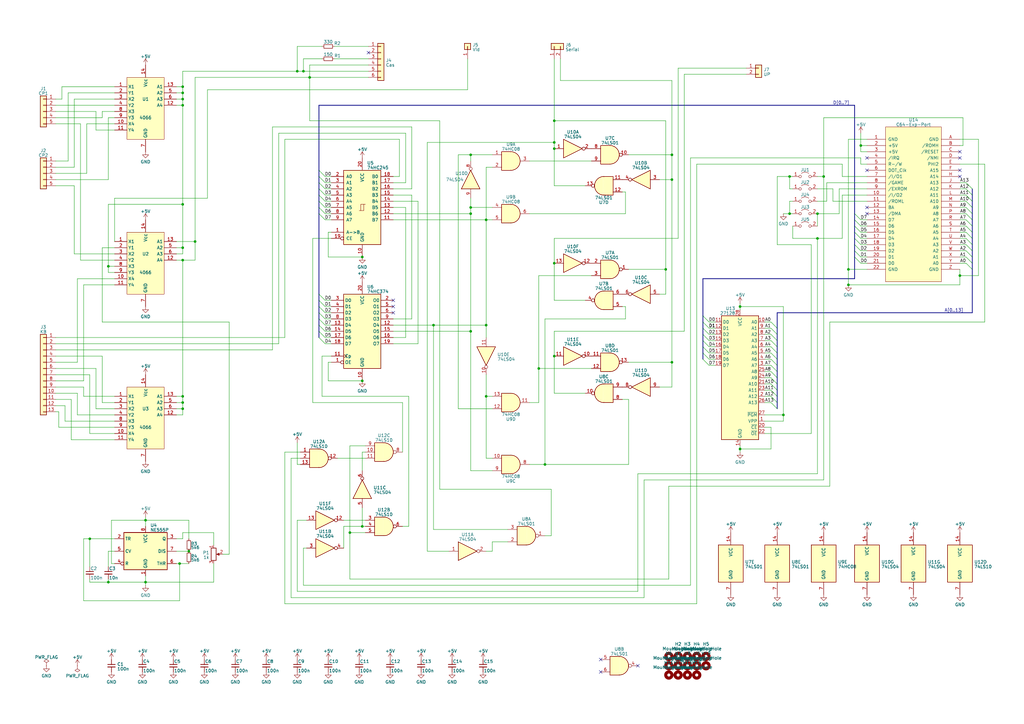
<source format=kicad_sch>
(kicad_sch (version 20230121) (generator eeschema)
  (paper "A3")
  (title_block (title "C128Diag") (date "2023-05-16") (rev "1") (company "www.hackup.net") (comment 1 "Creative Commons Attribution-NonCommercial-ShareAlike 4.0 International License.") (comment 2 "This work is licensed under a") (comment 4 "Replica of C128 Diagnostic Test PCB ASSY NO. 325093-01 REV B"))
  (lib_symbols
    (symbol "74xx:74LS01" (pin_names (offset 1.016))
      (property "Reference" "U" (at 0 1.27 0))
      (property "Value" "74LS01" (at 0 -1.27 0))
      (symbol "74LS01_1_1"
        (pin open_collector inverted (at 7.62 0 180) (length 3.81) (name "~") (number "1"))
        (pin input line (at -7.62 2.54 0) (length 3.81) (name "~") (number "2"))
        (pin input line (at -7.62 -2.54 0) (length 3.81) (name "~") (number "3"))
      )
      (symbol "74LS01_1_2"
        (pin open_collector line (at 7.62 0 180) (length 3.81) (name "~") (number "1"))
        (pin input inverted (at -7.62 2.54 0) (length 4.318) (name "~") (number "2"))
        (pin input inverted (at -7.62 -2.54 0) (length 4.318) (name "~") (number "3"))
      )
      (symbol "74LS01_2_1"
        (pin open_collector inverted (at 7.62 0 180) (length 3.81) (name "~") (number "4"))
        (pin input line (at -7.62 2.54 0) (length 3.81) (name "~") (number "5"))
        (pin input line (at -7.62 -2.54 0) (length 3.81) (name "~") (number "6"))
      )
      (symbol "74LS01_2_2"
        (pin open_collector line (at 7.62 0 180) (length 3.81) (name "~") (number "4"))
        (pin input inverted (at -7.62 2.54 0) (length 4.318) (name "~") (number "5"))
        (pin input inverted (at -7.62 -2.54 0) (length 4.318) (name "~") (number "6"))
      )
      (symbol "74LS01_3_1"
        (pin open_collector inverted (at 7.62 0 180) (length 3.81) (name "~") (number "10"))
        (pin input line (at -7.62 2.54 0) (length 3.81) (name "~") (number "8"))
        (pin input line (at -7.62 -2.54 0) (length 3.81) (name "~") (number "9"))
      )
      (symbol "74LS01_3_2"
        (pin open_collector line (at 7.62 0 180) (length 3.81) (name "~") (number "10"))
        (pin input inverted (at -7.62 2.54 0) (length 4.318) (name "~") (number "8"))
        (pin input inverted (at -7.62 -2.54 0) (length 4.318) (name "~") (number "9"))
      )
      (symbol "74LS01_4_1"
        (pin input line (at -7.62 2.54 0) (length 3.81) (name "~") (number "11"))
        (pin input line (at -7.62 -2.54 0) (length 3.81) (name "~") (number "12"))
        (pin open_collector inverted (at 7.62 0 180) (length 3.81) (name "~") (number "13"))
      )
      (symbol "74LS01_4_2"
        (pin input inverted (at -7.62 2.54 0) (length 4.318) (name "~") (number "11"))
        (pin input inverted (at -7.62 -2.54 0) (length 4.318) (name "~") (number "12"))
        (pin open_collector line (at 7.62 0 180) (length 3.81) (name "~") (number "13"))
      )
      (symbol "74LS01_5_0"
        (pin power_in line (at 0 12.7 270) (length 5.08) (name "VCC") (number "14"))
        (pin power_in line (at 0 -12.7 90) (length 5.08) (name "GND") (number "7"))
      )
    )
    (symbol "74xx:74LS04"
      (property "Reference" "U" (at 0 1.27 0))
      (property "Value" "74LS04" (at 0 -1.27 0))
      (symbol "74LS04_1_0"
        (pin input line (at -7.62 0 0) (length 3.81) (name "~") (number "1"))
        (pin output inverted (at 7.62 0 180) (length 3.81) (name "~") (number "2"))
      )
      (symbol "74LS04_2_0"
        (pin input line (at -7.62 0 0) (length 3.81) (name "~") (number "3"))
        (pin output inverted (at 7.62 0 180) (length 3.81) (name "~") (number "4"))
      )
      (symbol "74LS04_3_0"
        (pin input line (at -7.62 0 0) (length 3.81) (name "~") (number "5"))
        (pin output inverted (at 7.62 0 180) (length 3.81) (name "~") (number "6"))
      )
      (symbol "74LS04_4_0"
        (pin output inverted (at 7.62 0 180) (length 3.81) (name "~") (number "8"))
        (pin input line (at -7.62 0 0) (length 3.81) (name "~") (number "9"))
      )
      (symbol "74LS04_5_0"
        (pin output inverted (at 7.62 0 180) (length 3.81) (name "~") (number "10"))
        (pin input line (at -7.62 0 0) (length 3.81) (name "~") (number "11"))
      )
      (symbol "74LS04_6_0"
        (pin output inverted (at 7.62 0 180) (length 3.81) (name "~") (number "12"))
        (pin input line (at -7.62 0 0) (length 3.81) (name "~") (number "13"))
      )
      (symbol "74LS04_7_0"
        (pin power_in line (at 0 12.7 270) (length 5.08) (name "VCC") (number "14"))
        (pin power_in line (at 0 -12.7 90) (length 5.08) (name "GND") (number "7"))
      )
    )
    (symbol "74xx:74LS08" (pin_names (offset 1.016))
      (property "Reference" "U" (at 0 1.27 0))
      (property "Value" "74LS08" (at 0 -1.27 0))
      (symbol "74LS08_1_1"
        (pin input line (at -7.62 2.54 0) (length 3.81) (name "~") (number "1"))
        (pin input line (at -7.62 -2.54 0) (length 3.81) (name "~") (number "2"))
        (pin output line (at 7.62 0 180) (length 3.81) (name "~") (number "3"))
      )
      (symbol "74LS08_1_2"
        (pin input inverted (at -7.62 2.54 0) (length 4.318) (name "~") (number "1"))
        (pin input inverted (at -7.62 -2.54 0) (length 4.318) (name "~") (number "2"))
        (pin output inverted (at 7.62 0 180) (length 3.81) (name "~") (number "3"))
      )
      (symbol "74LS08_2_1"
        (pin input line (at -7.62 2.54 0) (length 3.81) (name "~") (number "4"))
        (pin input line (at -7.62 -2.54 0) (length 3.81) (name "~") (number "5"))
        (pin output line (at 7.62 0 180) (length 3.81) (name "~") (number "6"))
      )
      (symbol "74LS08_2_2"
        (pin input inverted (at -7.62 2.54 0) (length 4.318) (name "~") (number "4"))
        (pin input inverted (at -7.62 -2.54 0) (length 4.318) (name "~") (number "5"))
        (pin output inverted (at 7.62 0 180) (length 3.81) (name "~") (number "6"))
      )
      (symbol "74LS08_3_1"
        (pin input line (at -7.62 -2.54 0) (length 3.81) (name "~") (number "10"))
        (pin output line (at 7.62 0 180) (length 3.81) (name "~") (number "8"))
        (pin input line (at -7.62 2.54 0) (length 3.81) (name "~") (number "9"))
      )
      (symbol "74LS08_3_2"
        (pin input inverted (at -7.62 -2.54 0) (length 4.318) (name "~") (number "10"))
        (pin output inverted (at 7.62 0 180) (length 3.81) (name "~") (number "8"))
        (pin input inverted (at -7.62 2.54 0) (length 4.318) (name "~") (number "9"))
      )
      (symbol "74LS08_4_1"
        (pin output line (at 7.62 0 180) (length 3.81) (name "~") (number "11"))
        (pin input line (at -7.62 2.54 0) (length 3.81) (name "~") (number "12"))
        (pin input line (at -7.62 -2.54 0) (length 3.81) (name "~") (number "13"))
      )
      (symbol "74LS08_4_2"
        (pin output inverted (at 7.62 0 180) (length 3.81) (name "~") (number "11"))
        (pin input inverted (at -7.62 2.54 0) (length 4.318) (name "~") (number "12"))
        (pin input inverted (at -7.62 -2.54 0) (length 4.318) (name "~") (number "13"))
      )
      (symbol "74LS08_5_0"
        (pin power_in line (at 0 12.7 270) (length 5.08) (name "VCC") (number "14"))
        (pin power_in line (at 0 -12.7 90) (length 5.08) (name "GND") (number "7"))
      )
    )
    (symbol "74xx:74LS10" (pin_names (offset 1.016))
      (property "Reference" "U" (at 0 1.27 0))
      (property "Value" "74LS10" (at 0 -1.27 0))
      (symbol "74LS10_1_1"
        (pin input line (at -7.62 2.54 0) (length 3.81) (name "~") (number "1"))
        (pin output inverted (at 7.62 0 180) (length 3.81) (name "~") (number "12"))
        (pin input line (at -7.62 -2.54 0) (length 3.81) (name "~") (number "13"))
        (pin input line (at -7.62 0 0) (length 3.81) (name "~") (number "2"))
      )
      (symbol "74LS10_1_2"
        (pin input inverted (at -7.62 2.54 0) (length 4.318) (name "~") (number "1"))
        (pin output line (at 7.62 0 180) (length 3.81) (name "~") (number "12"))
        (pin input inverted (at -7.62 -2.54 0) (length 4.318) (name "~") (number "13"))
        (pin input inverted (at -7.62 0 0) (length 4.953) (name "~") (number "2"))
      )
      (symbol "74LS10_2_1"
        (pin input line (at -7.62 2.54 0) (length 3.81) (name "~") (number "3"))
        (pin input line (at -7.62 0 0) (length 3.81) (name "~") (number "4"))
        (pin input line (at -7.62 -2.54 0) (length 3.81) (name "~") (number "5"))
        (pin output inverted (at 7.62 0 180) (length 3.81) (name "~") (number "6"))
      )
      (symbol "74LS10_2_2"
        (pin input inverted (at -7.62 2.54 0) (length 4.318) (name "~") (number "3"))
        (pin input inverted (at -7.62 0 0) (length 4.953) (name "~") (number "4"))
        (pin input inverted (at -7.62 -2.54 0) (length 4.318) (name "~") (number "5"))
        (pin output line (at 7.62 0 180) (length 3.81) (name "~") (number "6"))
      )
      (symbol "74LS10_3_1"
        (pin input line (at -7.62 0 0) (length 3.81) (name "~") (number "10"))
        (pin input line (at -7.62 -2.54 0) (length 3.81) (name "~") (number "11"))
        (pin output inverted (at 7.62 0 180) (length 3.81) (name "~") (number "8"))
        (pin input line (at -7.62 2.54 0) (length 3.81) (name "~") (number "9"))
      )
      (symbol "74LS10_3_2"
        (pin input inverted (at -7.62 0 0) (length 4.953) (name "~") (number "10"))
        (pin input inverted (at -7.62 -2.54 0) (length 4.318) (name "~") (number "11"))
        (pin output line (at 7.62 0 180) (length 3.81) (name "~") (number "8"))
        (pin input inverted (at -7.62 2.54 0) (length 4.318) (name "~") (number "9"))
      )
      (symbol "74LS10_4_0"
        (pin power_in line (at 0 12.7 270) (length 5.08) (name "VCC") (number "14"))
        (pin power_in line (at 0 -12.7 90) (length 5.08) (name "GND") (number "7"))
      )
    )
    (symbol "74xx:74LS245" (pin_names (offset 1.016))
      (property "Reference" "U" (at -7.62 16.51 0))
      (property "Value" "74LS245" (at -7.62 -16.51 0))
      (symbol "74LS245_1_0"
        (pin input line (at -12.7 -10.16 0) (length 5.08) (name "A->B") (number "1"))
        (pin power_in line (at 0 -20.32 90) (length 5.08) (name "GND") (number "10"))
        (pin tri_state line (at 12.7 -5.08 180) (length 5.08) (name "B7") (number "11"))
        (pin tri_state line (at 12.7 -2.54 180) (length 5.08) (name "B6") (number "12"))
        (pin tri_state line (at 12.7 0 180) (length 5.08) (name "B5") (number "13"))
        (pin tri_state line (at 12.7 2.54 180) (length 5.08) (name "B4") (number "14"))
        (pin tri_state line (at 12.7 5.08 180) (length 5.08) (name "B3") (number "15"))
        (pin tri_state line (at 12.7 7.62 180) (length 5.08) (name "B2") (number "16"))
        (pin tri_state line (at 12.7 10.16 180) (length 5.08) (name "B1") (number "17"))
        (pin tri_state line (at 12.7 12.7 180) (length 5.08) (name "B0") (number "18"))
        (pin input inverted (at -12.7 -12.7 0) (length 5.08) (name "CE") (number "19"))
        (pin tri_state line (at -12.7 12.7 0) (length 5.08) (name "A0") (number "2"))
        (pin power_in line (at 0 20.32 270) (length 5.08) (name "VCC") (number "20"))
        (pin tri_state line (at -12.7 10.16 0) (length 5.08) (name "A1") (number "3"))
        (pin tri_state line (at -12.7 7.62 0) (length 5.08) (name "A2") (number "4"))
        (pin tri_state line (at -12.7 5.08 0) (length 5.08) (name "A3") (number "5"))
        (pin tri_state line (at -12.7 2.54 0) (length 5.08) (name "A4") (number "6"))
        (pin tri_state line (at -12.7 0 0) (length 5.08) (name "A5") (number "7"))
        (pin tri_state line (at -12.7 -2.54 0) (length 5.08) (name "A6") (number "8"))
        (pin tri_state line (at -12.7 -5.08 0) (length 5.08) (name "A7") (number "9"))
      )
    )
    (symbol "74xx:74LS374"
      (property "Reference" "U" (at -7.62 16.51 0))
      (property "Value" "74LS374" (at -7.62 -16.51 0))
      (symbol "74LS374_1_0"
        (pin input inverted (at -12.7 -12.7 0) (length 5.08) (name "OE") (number "1"))
        (pin power_in line (at 0 -20.32 90) (length 5.08) (name "GND") (number "10"))
        (pin input clock (at -12.7 -10.16 0) (length 5.08) (name "Cp") (number "11"))
        (pin tri_state line (at 12.7 2.54 180) (length 5.08) (name "O4") (number "12"))
        (pin input line (at -12.7 2.54 0) (length 5.08) (name "D4") (number "13"))
        (pin input line (at -12.7 0 0) (length 5.08) (name "D5") (number "14"))
        (pin tri_state line (at 12.7 0 180) (length 5.08) (name "O5") (number "15"))
        (pin tri_state line (at 12.7 -2.54 180) (length 5.08) (name "O6") (number "16"))
        (pin input line (at -12.7 -2.54 0) (length 5.08) (name "D6") (number "17"))
        (pin input line (at -12.7 -5.08 0) (length 5.08) (name "D7") (number "18"))
        (pin tri_state line (at 12.7 -5.08 180) (length 5.08) (name "O7") (number "19"))
        (pin tri_state line (at 12.7 12.7 180) (length 5.08) (name "O0") (number "2"))
        (pin power_in line (at 0 20.32 270) (length 5.08) (name "VCC") (number "20"))
        (pin input line (at -12.7 12.7 0) (length 5.08) (name "D0") (number "3"))
        (pin input line (at -12.7 10.16 0) (length 5.08) (name "D1") (number "4"))
        (pin tri_state line (at 12.7 10.16 180) (length 5.08) (name "O1") (number "5"))
        (pin tri_state line (at 12.7 7.62 180) (length 5.08) (name "O2") (number "6"))
        (pin input line (at -12.7 7.62 0) (length 5.08) (name "D2") (number "7"))
        (pin input line (at -12.7 5.08 0) (length 5.08) (name "D3") (number "8"))
        (pin tri_state line (at 12.7 5.08 180) (length 5.08) (name "O3") (number "9"))
      )
    )
    (symbol "C128Diag:4066"
      (property "Reference" "U" (at 0 3.81 0))
      (property "Value" "4066" (at 0 -3.81 0))
      (symbol "4066_1_1"
        (pin passive line (at -12.7 8.89 0) (length 5.08) (name "X1") (number "1"))
        (pin passive line (at -12.7 -6.35 0) (length 5.08) (name "X4") (number "10"))
        (pin passive line (at -12.7 -8.89 0) (length 5.08) (name "Y4") (number "11"))
        (pin input line (at 12.7 1.27 180) (length 5.08) (name "A4") (number "12"))
        (pin input line (at 12.7 8.89 180) (length 5.08) (name "A1") (number "13"))
        (pin power_in line (at 0 17.78 270) (length 5.08) (name "Vcc") (number "14"))
        (pin passive line (at -12.7 6.35 0) (length 5.08) (name "Y1") (number "2"))
        (pin passive line (at -12.7 3.81 0) (length 5.08) (name "X2") (number "3"))
        (pin passive line (at -12.7 1.27 0) (length 5.08) (name "Y2") (number "4"))
        (pin input line (at 12.7 6.35 180) (length 5.08) (name "A2") (number "5"))
        (pin input line (at 12.7 3.81 180) (length 5.08) (name "A3") (number "6"))
        (pin power_in line (at 0 -17.78 90) (length 5.08) (name "GND") (number "7"))
        (pin passive line (at -12.7 -1.27 0) (length 5.08) (name "X3") (number "8"))
        (pin passive line (at -12.7 -3.81 0) (length 5.08) (name "Y3") (number "9"))
      )
    )
    (symbol "Connector_Generic:Conn_01x01" (pin_names (offset 1.016) hide)
      (property "Reference" "J" (at 0 2.54 0))
      (property "Value" "Conn_01x01" (at 0 -2.54 0))
      (symbol "Conn_01x01_1_1"
        (pin passive line (at -5.08 0 0) (length 3.81) (name "Pin_1") (number "1"))
      )
    )
    (symbol "Connector_Generic:Conn_01x02" (pin_names (offset 1.016) hide)
      (property "Reference" "J" (at 0 2.54 0))
      (property "Value" "Conn_01x02" (at 0 -5.08 0))
      (symbol "Conn_01x02_1_1"
        (pin passive line (at -5.08 0 0) (length 3.81) (name "Pin_1") (number "1"))
        (pin passive line (at -5.08 -2.54 0) (length 3.81) (name "Pin_2") (number "2"))
      )
    )
    (symbol "Connector_Generic:Conn_01x05" (pin_names (offset 1.016) hide)
      (property "Reference" "J" (at 0 7.62 0))
      (property "Value" "Conn_01x05" (at 0 -7.62 0))
      (symbol "Conn_01x05_1_1"
        (pin passive line (at -5.08 5.08 0) (length 3.81) (name "Pin_1") (number "1"))
        (pin passive line (at -5.08 2.54 0) (length 3.81) (name "Pin_2") (number "2"))
        (pin passive line (at -5.08 0 0) (length 3.81) (name "Pin_3") (number "3"))
        (pin passive line (at -5.08 -2.54 0) (length 3.81) (name "Pin_4") (number "4"))
        (pin passive line (at -5.08 -5.08 0) (length 3.81) (name "Pin_5") (number "5"))
      )
    )
    (symbol "Connector_Generic:Conn_01x06" (pin_names (offset 1.016) hide)
      (property "Reference" "J" (at 0 7.62 0))
      (property "Value" "Conn_01x06" (at 0 -10.16 0))
      (symbol "Conn_01x06_1_1"
        (pin passive line (at -5.08 5.08 0) (length 3.81) (name "Pin_1") (number "1"))
        (pin passive line (at -5.08 2.54 0) (length 3.81) (name "Pin_2") (number "2"))
        (pin passive line (at -5.08 0 0) (length 3.81) (name "Pin_3") (number "3"))
        (pin passive line (at -5.08 -2.54 0) (length 3.81) (name "Pin_4") (number "4"))
        (pin passive line (at -5.08 -5.08 0) (length 3.81) (name "Pin_5") (number "5"))
        (pin passive line (at -5.08 -7.62 0) (length 3.81) (name "Pin_6") (number "6"))
      )
    )
    (symbol "Connector_Generic:Conn_01x13" (pin_names (offset 1.016) hide)
      (property "Reference" "J" (at 0 17.78 0))
      (property "Value" "Conn_01x13" (at 0 -17.78 0))
      (symbol "Conn_01x13_1_1"
        (pin passive line (at -5.08 15.24 0) (length 3.81) (name "Pin_1") (number "1"))
        (pin passive line (at -5.08 -7.62 0) (length 3.81) (name "Pin_10") (number "10"))
        (pin passive line (at -5.08 -10.16 0) (length 3.81) (name "Pin_11") (number "11"))
        (pin passive line (at -5.08 -12.7 0) (length 3.81) (name "Pin_12") (number "12"))
        (pin passive line (at -5.08 -15.24 0) (length 3.81) (name "Pin_13") (number "13"))
        (pin passive line (at -5.08 12.7 0) (length 3.81) (name "Pin_2") (number "2"))
        (pin passive line (at -5.08 10.16 0) (length 3.81) (name "Pin_3") (number "3"))
        (pin passive line (at -5.08 7.62 0) (length 3.81) (name "Pin_4") (number "4"))
        (pin passive line (at -5.08 5.08 0) (length 3.81) (name "Pin_5") (number "5"))
        (pin passive line (at -5.08 2.54 0) (length 3.81) (name "Pin_6") (number "6"))
        (pin passive line (at -5.08 0 0) (length 3.81) (name "Pin_7") (number "7"))
        (pin passive line (at -5.08 -2.54 0) (length 3.81) (name "Pin_8") (number "8"))
        (pin passive line (at -5.08 -5.08 0) (length 3.81) (name "Pin_9") (number "9"))
      )
    )
    (symbol "Device:C_Small" (pin_numbers hide) (pin_names (offset 0.254) hide)
      (property "Reference" "C" (at 0.254 1.778 0))
      (property "Value" "C_Small" (at 0.254 -2.032 0))
      (symbol "C_Small_1_1"
        (pin passive line (at 0 2.54 270) (length 2.032) (name "~") (number "1"))
        (pin passive line (at 0 -2.54 90) (length 2.032) (name "~") (number "2"))
      )
    )
    (symbol "Device:R_Potentiometer" (pin_names (offset 1.016) hide)
      (property "Reference" "RV" (at -4.445 0 90))
      (property "Value" "R_Potentiometer" (at -2.54 0 90))
      (symbol "R_Potentiometer_1_1"
        (pin passive line (at 0 3.81 270) (length 1.27) (name "1") (number "1"))
        (pin passive line (at 3.81 0 180) (length 1.27) (name "2") (number "2"))
        (pin passive line (at 0 -3.81 90) (length 1.27) (name "3") (number "3"))
      )
    )
    (symbol "Device:R_Small" (pin_numbers hide) (pin_names (offset 0.254) hide)
      (property "Reference" "R" (at 0.762 0.508 0))
      (property "Value" "R_Small" (at 0.762 -1.016 0))
      (symbol "R_Small_1_1"
        (pin passive line (at 0 2.54 270) (length 0.762) (name "~") (number "1"))
        (pin passive line (at 0 -2.54 90) (length 0.762) (name "~") (number "2"))
      )
    )
    (symbol "Jumper:Jumper_2_Open" (pin_names (offset 0) hide)
      (property "Reference" "JP" (at 0 2.794 0))
      (property "Value" "Jumper_2_Open" (at 0 -2.286 0))
      (symbol "Jumper_2_Open_1_1"
        (pin passive line (at -5.08 0 0) (length 2.54) (name "A") (number "1"))
        (pin passive line (at 5.08 0 180) (length 2.54) (name "B") (number "2"))
      )
    )
    (symbol "Mechanical:MountingHole" (pin_names (offset 1.016))
      (property "Reference" "H" (at 0 5.08 0))
      (property "Value" "MountingHole" (at 0 3.175 0))
    )
    (symbol "Memory_EPROM:27128"
      (property "Reference" "U" (at -7.62 26.67 0))
      (property "Value" "27128" (at 2.54 -26.67 0))
      (symbol "27128_1_1"
        (pin input line (at -10.16 -17.78 0) (length 2.54) (name "VPP") (number "1"))
        (pin input line (at -10.16 22.86 0) (length 2.54) (name "A0") (number "10"))
        (pin tri_state line (at 10.16 22.86 180) (length 2.54) (name "D0") (number "11"))
        (pin tri_state line (at 10.16 20.32 180) (length 2.54) (name "D1") (number "12"))
        (pin tri_state line (at 10.16 17.78 180) (length 2.54) (name "D2") (number "13"))
        (pin power_in line (at 0 -27.94 90) (length 2.54) (name "GND") (number "14"))
        (pin tri_state line (at 10.16 15.24 180) (length 2.54) (name "D3") (number "15"))
        (pin tri_state line (at 10.16 12.7 180) (length 2.54) (name "D4") (number "16"))
        (pin tri_state line (at 10.16 10.16 180) (length 2.54) (name "D5") (number "17"))
        (pin tri_state line (at 10.16 7.62 180) (length 2.54) (name "D6") (number "18"))
        (pin tri_state line (at 10.16 5.08 180) (length 2.54) (name "D7") (number "19"))
        (pin input line (at -10.16 -7.62 0) (length 2.54) (name "A12") (number "2"))
        (pin input line (at -10.16 -20.32 0) (length 2.54) (name "~{CE}") (number "20"))
        (pin input line (at -10.16 -2.54 0) (length 2.54) (name "A10") (number "21"))
        (pin input line (at -10.16 -22.86 0) (length 2.54) (name "~{OE}") (number "22"))
        (pin input line (at -10.16 -5.08 0) (length 2.54) (name "A11") (number "23"))
        (pin input line (at -10.16 0 0) (length 2.54) (name "A9") (number "24"))
        (pin input line (at -10.16 2.54 0) (length 2.54) (name "A8") (number "25"))
        (pin input line (at -10.16 -10.16 0) (length 2.54) (name "A13") (number "26"))
        (pin input line (at -10.16 -15.24 0) (length 2.54) (name "~{PGM}") (number "27"))
        (pin power_in line (at 0 27.94 270) (length 2.54) (name "VCC") (number "28"))
        (pin input line (at -10.16 5.08 0) (length 2.54) (name "A7") (number "3"))
        (pin input line (at -10.16 7.62 0) (length 2.54) (name "A6") (number "4"))
        (pin input line (at -10.16 10.16 0) (length 2.54) (name "A5") (number "5"))
        (pin input line (at -10.16 12.7 0) (length 2.54) (name "A4") (number "6"))
        (pin input line (at -10.16 15.24 0) (length 2.54) (name "A3") (number "7"))
        (pin input line (at -10.16 17.78 0) (length 2.54) (name "A2") (number "8"))
        (pin input line (at -10.16 20.32 0) (length 2.54) (name "A1") (number "9"))
      )
    )
    (symbol "Timer:NE555P"
      (property "Reference" "U" (at -10.16 8.89 0))
      (property "Value" "NE555P" (at 2.54 8.89 0))
      (symbol "NE555P_0_0"
        (pin power_in line (at 0 -10.16 90) (length 2.54) (name "GND") (number "1"))
        (pin power_in line (at 0 10.16 270) (length 2.54) (name "VCC") (number "8"))
      )
      (symbol "NE555P_1_1"
        (pin input line (at -12.7 5.08 0) (length 3.81) (name "TR") (number "2"))
        (pin output line (at 12.7 5.08 180) (length 3.81) (name "Q") (number "3"))
        (pin input inverted (at -12.7 -5.08 0) (length 3.81) (name "R") (number "4"))
        (pin input line (at -12.7 0 0) (length 3.81) (name "CV") (number "5"))
        (pin input line (at 12.7 -5.08 180) (length 3.81) (name "THR") (number "6"))
        (pin input line (at 12.7 0 180) (length 3.81) (name "DIS") (number "7"))
      )
    )
    (symbol "hackup:C64-Exp-Port" (pin_names (offset 1.016))
      (property "Reference" "U" (at 0 -2.54 0))
      (property "Value" "C64-Exp-Port" (at 0 -33.02 0))
      (symbol "C64-Exp-Port_1_1"
        (pin power_in line (at -19.05 26.67 0) (length 7.62) (name "GND") (number "1"))
        (pin passive line (at -19.05 3.81 0) (length 7.62) (name "/I/O2") (number "10"))
        (pin passive line (at -19.05 1.27 0) (length 7.62) (name "/ROML") (number "11"))
        (pin passive line (at -19.05 -1.27 0) (length 7.62) (name "BA") (number "12"))
        (pin passive line (at -19.05 -3.81 0) (length 7.62) (name "/DMA") (number "13"))
        (pin passive line (at -19.05 -6.35 0) (length 7.62) (name "D7") (number "14"))
        (pin passive line (at -19.05 -8.89 0) (length 7.62) (name "D6") (number "15"))
        (pin passive line (at -19.05 -11.43 0) (length 7.62) (name "D5") (number "16"))
        (pin passive line (at -19.05 -13.97 0) (length 7.62) (name "D4") (number "17"))
        (pin passive line (at -19.05 -16.51 0) (length 7.62) (name "D3") (number "18"))
        (pin passive line (at -19.05 -19.05 0) (length 7.62) (name "D2") (number "19"))
        (pin power_in line (at -19.05 24.13 0) (length 7.62) (name "+5V") (number "2"))
        (pin passive line (at -19.05 -21.59 0) (length 7.62) (name "D1") (number "20"))
        (pin passive line (at -19.05 -24.13 0) (length 7.62) (name "D0") (number "21"))
        (pin power_in line (at -19.05 -26.67 0) (length 7.62) (name "GND") (number "22"))
        (pin power_in line (at -19.05 21.59 0) (length 7.62) (name "+5V") (number "3"))
        (pin passive line (at -19.05 19.05 0) (length 7.62) (name "/IRQ") (number "4"))
        (pin passive line (at -19.05 16.51 0) (length 7.62) (name "R-/W") (number "5"))
        (pin passive line (at -19.05 13.97 0) (length 7.62) (name "DOT_Clk") (number "6"))
        (pin passive line (at -19.05 11.43 0) (length 7.62) (name "/I/O1") (number "7"))
        (pin passive line (at -19.05 8.89 0) (length 7.62) (name "/GAME") (number "8"))
        (pin passive line (at -19.05 6.35 0) (length 7.62) (name "/EXROM") (number "9"))
        (pin power_in line (at 19.05 26.67 180) (length 7.62) (name "GND") (number "A"))
        (pin passive line (at 19.05 24.13 180) (length 7.62) (name "/ROMH") (number "B"))
        (pin passive line (at 19.05 21.59 180) (length 7.62) (name "/RESET") (number "C"))
        (pin passive line (at 19.05 19.05 180) (length 7.62) (name "/NMI") (number "D"))
        (pin passive line (at 19.05 16.51 180) (length 7.62) (name "PHI2") (number "E"))
        (pin passive line (at 19.05 13.97 180) (length 7.62) (name "A15") (number "F"))
        (pin passive line (at 19.05 11.43 180) (length 7.62) (name "A14") (number "H"))
        (pin passive line (at 19.05 8.89 180) (length 7.62) (name "A13") (number "J"))
        (pin passive line (at 19.05 6.35 180) (length 7.62) (name "A12") (number "K"))
        (pin passive line (at 19.05 3.81 180) (length 7.62) (name "A11") (number "L"))
        (pin passive line (at 19.05 1.27 180) (length 7.62) (name "A10") (number "M"))
        (pin passive line (at 19.05 -1.27 180) (length 7.62) (name "A9") (number "N"))
        (pin passive line (at 19.05 -3.81 180) (length 7.62) (name "A8") (number "P"))
        (pin passive line (at 19.05 -6.35 180) (length 7.62) (name "A7") (number "R"))
        (pin passive line (at 19.05 -8.89 180) (length 7.62) (name "A6") (number "S"))
        (pin passive line (at 19.05 -11.43 180) (length 7.62) (name "A5") (number "T"))
        (pin passive line (at 19.05 -13.97 180) (length 7.62) (name "A4") (number "U"))
        (pin passive line (at 19.05 -16.51 180) (length 7.62) (name "A3") (number "V"))
        (pin passive line (at 19.05 -19.05 180) (length 7.62) (name "A2") (number "W"))
        (pin passive line (at 19.05 -21.59 180) (length 7.62) (name "A1") (number "X"))
        (pin passive line (at 19.05 -24.13 180) (length 7.62) (name "A0") (number "Y"))
        (pin power_in line (at 19.05 -26.67 180) (length 7.62) (name "GND") (number "Z"))
      )
    )
    (symbol "power:+5V" (power) (pin_names (offset 0))
      (property "Value" "+5V" (at 0 3.556 0))
      (symbol "+5V_1_1"
        (pin power_in line (at 0 0 90) (length 0) hide (name "+5V") (number "1"))
      )
    )
    (symbol "power:GND" (power) (pin_names (offset 0))
      (property "Value" "GND" (at 0 -3.81 0))
      (symbol "GND_1_1"
        (pin power_in line (at 0 0 270) (length 0) hide (name "GND") (number "1"))
      )
    )
    (symbol "power:PWR_FLAG" (power) (pin_numbers hide) (pin_names (offset 0) hide)
      (property "Value" "PWR_FLAG" (at 0 3.81 0))
      (symbol "PWR_FLAG_0_0"
        (pin power_out line (at 0 0 90) (length 0) (name "pwr") (number "1"))
      )
    )
  )
  (junction (at 353.06 59.69))
  (junction (at 148.59 215.9))
  (junction (at 127 31.75))
  (junction (at 321.31 170.18))
  (junction (at 74.93 165.1))
  (junction (at 74.93 167.64))
  (junction (at 44.45 238.76))
  (junction (at 227.33 58.42))
  (junction (at 337.82 72.39))
  (junction (at 74.93 106.68))
  (junction (at 335.28 87.63))
  (junction (at 124.46 29.21))
  (junction (at 335.28 97.79))
  (junction (at 275.59 73.66))
  (junction (at 59.69 238.76))
  (junction (at 77.47 226.06))
  (junction (at 323.85 72.39))
  (junction (at 199.39 90.17))
  (junction (at 275.59 148.59))
  (junction (at 193.04 85.09))
  (junction (at 347.98 116.84))
  (junction (at 148.59 156.21))
  (junction (at 74.93 43.18))
  (junction (at 193.04 135.89))
  (junction (at 303.53 125.73))
  (junction (at 220.98 151.13))
  (junction (at 74.93 38.1))
  (junction (at 44.45 109.22))
  (junction (at 74.93 83.82))
  (junction (at 148.59 105.41))
  (junction (at 193.04 63.5))
  (junction (at 303.53 184.15))
  (junction (at 193.04 87.63))
  (junction (at 59.69 213.36))
  (junction (at 323.85 87.63))
  (junction (at 74.93 101.6))
  (junction (at 227.33 60.96))
  (junction (at 227.33 146.05))
  (junction (at 227.33 49.53))
  (junction (at 393.7 113.03))
  (junction (at 36.83 220.98))
  (junction (at 227.33 107.95))
  (junction (at 74.93 162.56))
  (junction (at 73.66 231.14))
  (junction (at 74.93 35.56))
  (junction (at 275.59 63.5))
  (junction (at 273.05 110.49))
  (junction (at 199.39 162.56))
  (junction (at 223.52 190.5))
  (junction (at 80.01 99.06))
  (junction (at 121.92 29.21))
  (junction (at 74.93 40.64))
  (junction (at 143.51 218.44))
  (junction (at 199.39 133.35))
  (junction (at 347.98 110.49))
  (junction (at 177.8 133.35))
  (no_connect (at 355.6 85.09))
  (no_connect (at 393.7 62.23))
  (no_connect (at 246.38 275.59))
  (no_connect (at 355.6 69.85))
  (no_connect (at 261.62 273.05))
  (no_connect (at 355.6 64.77))
  (no_connect (at 393.7 64.77))
  (no_connect (at 161.29 123.19))
  (no_connect (at 393.7 72.39))
  (no_connect (at 161.29 125.73))
  (no_connect (at 151.13 21.59))
  (no_connect (at 246.38 270.51))
  (no_connect (at 393.7 69.85))
  (no_connect (at 355.6 87.63))
  (no_connect (at 161.29 128.27))
  (bus_entry (at 130.81 74.93) (size 2.54 2.54))
  (bus_entry (at 130.81 77.47) (size 2.54 2.54))
  (bus_entry (at 396.24 95.25) (size 2.54 2.54))
  (bus_entry (at 396.24 97.79) (size 2.54 2.54))
  (bus_entry (at 316.23 165.1) (size 2.54 2.54))
  (bus_entry (at 130.81 135.89) (size 2.54 2.54))
  (bus_entry (at 316.23 142.24) (size 2.54 2.54))
  (bus_entry (at 130.81 72.39) (size 2.54 2.54))
  (bus_entry (at 396.24 82.55) (size 2.54 2.54))
  (bus_entry (at 288.29 134.62) (size 2.54 2.54))
  (bus_entry (at 316.23 147.32) (size 2.54 2.54))
  (bus_entry (at 316.23 134.62) (size 2.54 2.54))
  (bus_entry (at 350.52 102.87) (size 2.54 2.54))
  (bus_entry (at 130.81 125.73) (size 2.54 2.54))
  (bus_entry (at 130.81 85.09) (size 2.54 2.54))
  (bus_entry (at 350.52 87.63) (size 2.54 2.54))
  (bus_entry (at 316.23 139.7) (size 2.54 2.54))
  (bus_entry (at 288.29 137.16) (size 2.54 2.54))
  (bus_entry (at 350.52 95.25) (size 2.54 2.54))
  (bus_entry (at 396.24 105.41) (size 2.54 2.54))
  (bus_entry (at 130.81 130.81) (size 2.54 2.54))
  (bus_entry (at 316.23 160.02) (size 2.54 2.54))
  (bus_entry (at 396.24 100.33) (size 2.54 2.54))
  (bus_entry (at 396.24 85.09) (size 2.54 2.54))
  (bus_entry (at 130.81 82.55) (size 2.54 2.54))
  (bus_entry (at 350.52 100.33) (size 2.54 2.54))
  (bus_entry (at 316.23 149.86) (size 2.54 2.54))
  (bus_entry (at 130.81 133.35) (size 2.54 2.54))
  (bus_entry (at 316.23 137.16) (size 2.54 2.54))
  (bus_entry (at 288.29 144.78) (size 2.54 2.54))
  (bus_entry (at 288.29 147.32) (size 2.54 2.54))
  (bus_entry (at 396.24 80.01) (size 2.54 2.54))
  (bus_entry (at 130.81 87.63) (size 2.54 2.54))
  (bus_entry (at 396.24 90.17) (size 2.54 2.54))
  (bus_entry (at 396.24 92.71) (size 2.54 2.54))
  (bus_entry (at 130.81 69.85) (size 2.54 2.54))
  (bus_entry (at 396.24 87.63) (size 2.54 2.54))
  (bus_entry (at 130.81 128.27) (size 2.54 2.54))
  (bus_entry (at 288.29 142.24) (size 2.54 2.54))
  (bus_entry (at 350.52 92.71) (size 2.54 2.54))
  (bus_entry (at 130.81 80.01) (size 2.54 2.54))
  (bus_entry (at 350.52 97.79) (size 2.54 2.54))
  (bus_entry (at 316.23 144.78) (size 2.54 2.54))
  (bus_entry (at 316.23 162.56) (size 2.54 2.54))
  (bus_entry (at 288.29 129.54) (size 2.54 2.54))
  (bus_entry (at 130.81 123.19) (size 2.54 2.54))
  (bus_entry (at 396.24 74.93) (size 2.54 2.54))
  (bus_entry (at 130.81 120.65) (size 2.54 2.54))
  (bus_entry (at 350.52 105.41) (size 2.54 2.54))
  (bus_entry (at 396.24 77.47) (size 2.54 2.54))
  (bus_entry (at 288.29 139.7) (size 2.54 2.54))
  (bus_entry (at 316.23 154.94) (size 2.54 2.54))
  (bus_entry (at 316.23 132.08) (size 2.54 2.54))
  (bus_entry (at 316.23 152.4) (size 2.54 2.54))
  (bus_entry (at 396.24 107.95) (size 2.54 2.54))
  (bus_entry (at 288.29 132.08) (size 2.54 2.54))
  (bus_entry (at 316.23 157.48) (size 2.54 2.54))
  (bus_entry (at 350.52 90.17) (size 2.54 2.54))
  (bus_entry (at 130.81 138.43) (size 2.54 2.54))
  (bus_entry (at 396.24 102.87) (size 2.54 2.54))
  (wire (pts (xy 72.39 40.64) (xy 74.93 40.64)))
  (wire (pts (xy 22.86 148.59) (xy 31.75 148.59)))
  (wire (pts (xy 22.86 71.12) (xy 35.56 71.12)))
  (bus (pts (xy 398.78 77.47) (xy 398.78 80.01)))
  (wire (pts (xy 217.17 165.1) (xy 220.98 165.1)))
  (wire (pts (xy 133.35 82.55) (xy 135.89 82.55)))
  (wire (pts (xy 337.82 72.39) (xy 337.82 196.85)))
  (wire (pts (xy 313.69 152.4) (xy 316.23 152.4)))
  (wire (pts (xy 345.44 67.31) (xy 345.44 72.39)))
  (wire (pts (xy 41.91 48.26) (xy 41.91 45.72)))
  (wire (pts (xy 72.39 220.98) (xy 74.93 220.98)))
  (bus (pts (xy 288.29 137.16) (xy 288.29 139.7)))
  (wire (pts (xy 313.69 137.16) (xy 316.23 137.16)))
  (wire (pts (xy 403.86 67.31) (xy 393.7 67.31)))
  (bus (pts (xy 350.52 92.71) (xy 350.52 95.25)))
  (wire (pts (xy 393.7 80.01) (xy 396.24 80.01)))
  (wire (pts (xy 163.83 72.39) (xy 163.83 57.15)))
  (wire (pts (xy 161.29 135.89) (xy 193.04 135.89)))
  (bus (pts (xy 350.52 97.79) (xy 350.52 100.33)))
  (bus (pts (xy 130.81 43.18) (xy 350.52 43.18)))
  (wire (pts (xy 285.75 67.31) (xy 285.75 247.65)))
  (wire (pts (xy 166.37 85.09) (xy 161.29 85.09)))
  (bus (pts (xy 350.52 102.87) (xy 350.52 105.41)))
  (wire (pts (xy 353.06 107.95) (xy 355.6 107.95)))
  (bus (pts (xy 398.78 82.55) (xy 398.78 85.09)))
  (bus (pts (xy 398.78 95.25) (xy 398.78 97.79)))
  (wire (pts (xy 31.75 170.18) (xy 46.99 170.18)))
  (wire (pts (xy 393.7 97.79) (xy 396.24 97.79)))
  (wire (pts (xy 22.86 68.58) (xy 30.48 68.58)))
  (bus (pts (xy 398.78 110.49) (xy 398.78 128.27)))
  (wire (pts (xy 290.83 144.78) (xy 293.37 144.78)))
  (wire (pts (xy 339.09 74.93) (xy 355.6 74.93)))
  (wire (pts (xy 30.48 76.2) (xy 30.48 104.14)))
  (wire (pts (xy 72.39 101.6) (xy 74.93 101.6)))
  (bus (pts (xy 130.81 133.35) (xy 130.81 130.81)))
  (wire (pts (xy 316.23 175.26) (xy 316.23 184.15)))
  (wire (pts (xy 191.77 36.83) (xy 191.77 24.13)))
  (wire (pts (xy 114.3 140.97) (xy 114.3 54.61)))
  (wire (pts (xy 87.63 218.44) (xy 87.63 223.52)))
  (wire (pts (xy 168.91 80.01) (xy 168.91 130.81)))
  (bus (pts (xy 288.29 132.08) (xy 288.29 134.62)))
  (bus (pts (xy 318.77 160.02) (xy 318.77 157.48)))
  (wire (pts (xy 323.85 72.39) (xy 325.12 72.39)))
  (wire (pts (xy 227.33 146.05) (xy 227.33 161.29)))
  (wire (pts (xy 353.06 100.33) (xy 355.6 100.33)))
  (bus (pts (xy 350.52 114.3) (xy 288.29 114.3)))
  (wire (pts (xy 72.39 231.14) (xy 73.66 231.14)))
  (wire (pts (xy 325.12 77.47) (xy 323.85 77.47)))
  (wire (pts (xy 74.93 165.1) (xy 74.93 167.64)))
  (wire (pts (xy 290.83 147.32) (xy 293.37 147.32)))
  (wire (pts (xy 72.39 165.1) (xy 74.93 165.1)))
  (wire (pts (xy 257.81 190.5) (xy 223.52 190.5)))
  (wire (pts (xy 168.91 77.47) (xy 161.29 77.47)))
  (wire (pts (xy 134.62 95.25) (xy 134.62 105.41)))
  (wire (pts (xy 24.13 175.26) (xy 46.99 175.26)))
  (wire (pts (xy 335.28 87.63) (xy 335.28 92.71)))
  (wire (pts (xy 72.39 167.64) (xy 74.93 167.64)))
  (wire (pts (xy 133.35 135.89) (xy 135.89 135.89)))
  (wire (pts (xy 193.04 66.04) (xy 193.04 63.5)))
  (wire (pts (xy 341.63 82.55) (xy 355.6 82.55)))
  (wire (pts (xy 347.98 116.84) (xy 393.7 116.84)))
  (wire (pts (xy 22.86 163.83) (xy 29.21 163.83)))
  (bus (pts (xy 130.81 85.09) (xy 130.81 82.55)))
  (wire (pts (xy 161.29 80.01) (xy 168.91 80.01)))
  (wire (pts (xy 116.84 247.65) (xy 285.75 247.65)))
  (wire (pts (xy 44.45 238.76) (xy 59.69 238.76)))
  (wire (pts (xy 161.29 140.97) (xy 171.45 140.97)))
  (wire (pts (xy 353.06 105.41) (xy 355.6 105.41)))
  (wire (pts (xy 133.35 138.43) (xy 135.89 138.43)))
  (bus (pts (xy 398.78 80.01) (xy 398.78 82.55)))
  (bus (pts (xy 130.81 120.65) (xy 130.81 87.63)))
  (wire (pts (xy 318.77 100.33) (xy 318.77 72.39)))
  (wire (pts (xy 87.63 231.14) (xy 87.63 238.76)))
  (wire (pts (xy 166.37 74.93) (xy 161.29 74.93)))
  (wire (pts (xy 337.82 196.85) (xy 264.16 196.85)))
  (wire (pts (xy 74.93 43.18) (xy 74.93 83.82)))
  (wire (pts (xy 166.37 138.43) (xy 166.37 85.09)))
  (wire (pts (xy 177.8 217.17) (xy 177.8 133.35)))
  (wire (pts (xy 148.59 185.42) (xy 148.59 193.04)))
  (wire (pts (xy 46.99 81.28) (xy 85.09 81.28)))
  (wire (pts (xy 143.51 237.49) (xy 274.32 237.49)))
  (bus (pts (xy 288.29 129.54) (xy 288.29 132.08)))
  (wire (pts (xy 275.59 148.59) (xy 275.59 158.75)))
  (wire (pts (xy 344.17 77.47) (xy 355.6 77.47)))
  (wire (pts (xy 34.29 162.56) (xy 46.99 162.56)))
  (wire (pts (xy 393.7 95.25) (xy 396.24 95.25)))
  (wire (pts (xy 223.52 219.71) (xy 226.06 219.71)))
  (wire (pts (xy 256.54 78.74) (xy 255.27 78.74)))
  (wire (pts (xy 325.12 97.79) (xy 335.28 97.79)))
  (wire (pts (xy 261.62 194.31) (xy 335.28 194.31)))
  (wire (pts (xy 337.82 48.26) (xy 337.82 72.39)))
  (wire (pts (xy 335.28 72.39) (xy 337.82 72.39)))
  (bus (pts (xy 130.81 123.19) (xy 130.81 120.65)))
  (wire (pts (xy 26.67 172.72) (xy 46.99 172.72)))
  (wire (pts (xy 29.21 180.34) (xy 46.99 180.34)))
  (bus (pts (xy 130.81 72.39) (xy 130.81 69.85)))
  (wire (pts (xy 227.33 161.29) (xy 240.03 161.29)))
  (bus (pts (xy 130.81 138.43) (xy 130.81 135.89)))
  (wire (pts (xy 227.33 76.2) (xy 227.33 60.96)))
  (wire (pts (xy 36.83 153.67) (xy 36.83 177.8)))
  (wire (pts (xy 337.82 48.26) (xy 394.97 48.26)))
  (wire (pts (xy 275.59 63.5) (xy 275.59 73.66)))
  (wire (pts (xy 132.08 19.05) (xy 121.92 19.05)))
  (wire (pts (xy 121.92 29.21) (xy 124.46 29.21)))
  (wire (pts (xy 193.04 85.09) (xy 193.04 87.63)))
  (wire (pts (xy 332.74 177.8) (xy 332.74 100.33)))
  (wire (pts (xy 128.27 97.79) (xy 135.89 97.79)))
  (wire (pts (xy 80.01 31.75) (xy 80.01 99.06)))
  (wire (pts (xy 22.86 45.72) (xy 39.37 45.72)))
  (wire (pts (xy 22.86 43.18) (xy 46.99 43.18)))
  (wire (pts (xy 74.93 106.68) (xy 74.93 162.56)))
  (wire (pts (xy 257.81 163.83) (xy 255.27 163.83)))
  (wire (pts (xy 220.98 151.13) (xy 220.98 165.1)))
  (wire (pts (xy 175.26 58.42) (xy 175.26 226.06)))
  (bus (pts (xy 318.77 154.94) (xy 318.77 152.4)))
  (wire (pts (xy 199.39 162.56) (xy 199.39 187.96)))
  (wire (pts (xy 132.08 24.13) (xy 124.46 24.13)))
  (bus (pts (xy 318.77 157.48) (xy 318.77 154.94)))
  (wire (pts (xy 119.38 187.96) (xy 123.19 187.96)))
  (wire (pts (xy 180.34 49.53) (xy 127 49.53)))
  (wire (pts (xy 161.29 138.43) (xy 166.37 138.43)))
  (wire (pts (xy 273.05 120.65) (xy 270.51 120.65)))
  (wire (pts (xy 121.92 242.57) (xy 121.92 213.36)))
  (wire (pts (xy 73.66 246.38) (xy 73.66 231.14)))
  (wire (pts (xy 46.99 99.06) (xy 46.99 81.28)))
  (wire (pts (xy 27.94 38.1) (xy 46.99 38.1)))
  (wire (pts (xy 148.59 208.28) (xy 148.59 215.9)))
  (wire (pts (xy 313.69 162.56) (xy 316.23 162.56)))
  (wire (pts (xy 353.06 95.25) (xy 355.6 95.25)))
  (wire (pts (xy 199.39 90.17) (xy 199.39 68.58)))
  (wire (pts (xy 127 31.75) (xy 127 49.53)))
  (bus (pts (xy 350.52 87.63) (xy 350.52 90.17)))
  (bus (pts (xy 398.78 90.17) (xy 398.78 92.71)))
  (wire (pts (xy 355.6 62.23) (xy 353.06 62.23)))
  (bus (pts (xy 318.77 162.56) (xy 318.77 160.02)))
  (wire (pts (xy 313.69 132.08) (xy 316.23 132.08)))
  (wire (pts (xy 313.69 139.7) (xy 316.23 139.7)))
  (wire (pts (xy 393.7 90.17) (xy 396.24 90.17)))
  (wire (pts (xy 278.13 97.79) (xy 278.13 27.94)))
  (wire (pts (xy 59.69 212.09) (xy 59.69 213.36)))
  (wire (pts (xy 22.86 158.75) (xy 34.29 158.75)))
  (wire (pts (xy 116.84 138.43) (xy 22.86 138.43)))
  (bus (pts (xy 288.29 142.24) (xy 288.29 144.78)))
  (wire (pts (xy 280.67 135.89) (xy 280.67 30.48)))
  (wire (pts (xy 44.45 73.66) (xy 44.45 48.26)))
  (wire (pts (xy 278.13 27.94) (xy 306.07 27.94)))
  (wire (pts (xy 73.66 231.14) (xy 77.47 231.14)))
  (wire (pts (xy 393.7 110.49) (xy 393.7 113.03)))
  (wire (pts (xy 119.38 245.11) (xy 119.38 187.96)))
  (bus (pts (xy 398.78 92.71) (xy 398.78 95.25)))
  (wire (pts (xy 111.76 52.07) (xy 168.91 52.07)))
  (wire (pts (xy 335.28 87.63) (xy 344.17 87.63)))
  (wire (pts (xy 39.37 151.13) (xy 39.37 167.64)))
  (wire (pts (xy 143.51 182.88) (xy 149.86 182.88)))
  (wire (pts (xy 121.92 181.61) (xy 121.92 190.5)))
  (wire (pts (xy 74.93 40.64) (xy 74.93 38.1)))
  (wire (pts (xy 134.62 105.41) (xy 148.59 105.41)))
  (wire (pts (xy 226.06 200.66) (xy 180.34 200.66)))
  (wire (pts (xy 256.54 78.74) (xy 256.54 87.63)))
  (wire (pts (xy 345.44 80.01) (xy 355.6 80.01)))
  (wire (pts (xy 393.7 105.41) (xy 396.24 105.41)))
  (wire (pts (xy 280.67 30.48) (xy 306.07 30.48)))
  (wire (pts (xy 335.28 82.55) (xy 339.09 82.55)))
  (bus (pts (xy 350.52 95.25) (xy 350.52 97.79)))
  (wire (pts (xy 35.56 50.8) (xy 46.99 50.8)))
  (wire (pts (xy 22.86 161.29) (xy 31.75 161.29)))
  (wire (pts (xy 240.03 76.2) (xy 227.33 76.2)))
  (wire (pts (xy 74.93 162.56) (xy 74.93 165.1)))
  (wire (pts (xy 77.47 213.36) (xy 59.69 213.36)))
  (wire (pts (xy 31.75 161.29) (xy 31.75 170.18)))
  (wire (pts (xy 133.35 133.35) (xy 135.89 133.35)))
  (wire (pts (xy 353.06 67.31) (xy 355.6 67.31)))
  (wire (pts (xy 74.93 29.21) (xy 74.93 35.56)))
  (bus (pts (xy 130.81 87.63) (xy 130.81 85.09)))
  (wire (pts (xy 132.08 146.05) (xy 135.89 146.05)))
  (wire (pts (xy 116.84 57.15) (xy 116.84 138.43)))
  (bus (pts (xy 130.81 128.27) (xy 130.81 125.73)))
  (wire (pts (xy 240.03 123.19) (xy 227.33 123.19)))
  (bus (pts (xy 398.78 87.63) (xy 398.78 90.17)))
  (wire (pts (xy 74.93 29.21) (xy 121.92 29.21)))
  (wire (pts (xy 283.21 240.03) (xy 124.46 240.03)))
  (bus (pts (xy 350.52 90.17) (xy 350.52 92.71)))
  (wire (pts (xy 227.33 60.96) (xy 227.33 58.42)))
  (wire (pts (xy 59.69 238.76) (xy 59.69 240.03)))
  (wire (pts (xy 133.35 123.19) (xy 135.89 123.19)))
  (wire (pts (xy 393.7 113.03) (xy 393.7 116.84)))
  (wire (pts (xy 261.62 194.31) (xy 261.62 242.57)))
  (wire (pts (xy 85.09 81.28) (xy 85.09 36.83)))
  (wire (pts (xy 290.83 139.7) (xy 293.37 139.7)))
  (wire (pts (xy 134.62 148.59) (xy 134.62 156.21)))
  (bus (pts (xy 350.52 105.41) (xy 350.52 114.3)))
  (wire (pts (xy 227.33 146.05) (xy 227.33 135.89)))
  (wire (pts (xy 39.37 53.34) (xy 46.99 53.34)))
  (wire (pts (xy 22.86 156.21) (xy 34.29 156.21)))
  (wire (pts (xy 45.72 213.36) (xy 45.72 231.14)))
  (bus (pts (xy 318.77 149.86) (xy 318.77 147.32)))
  (wire (pts (xy 163.83 57.15) (xy 116.84 57.15)))
  (wire (pts (xy 355.6 57.15) (xy 347.98 57.15)))
  (wire (pts (xy 44.45 83.82) (xy 74.93 83.82)))
  (wire (pts (xy 128.27 165.1) (xy 128.27 97.79)))
  (wire (pts (xy 46.99 111.76) (xy 44.45 111.76)))
  (wire (pts (xy 80.01 99.06) (xy 80.01 106.68)))
  (wire (pts (xy 167.64 162.56) (xy 132.08 162.56)))
  (wire (pts (xy 74.93 218.44) (xy 87.63 218.44)))
  (wire (pts (xy 161.29 90.17) (xy 199.39 90.17)))
  (wire (pts (xy 41.91 101.6) (xy 41.91 132.08)))
  (wire (pts (xy 220.98 151.13) (xy 242.57 151.13)))
  (wire (pts (xy 275.59 158.75) (xy 270.51 158.75)))
  (wire (pts (xy 257.81 190.5) (xy 257.81 163.83)))
  (wire (pts (xy 323.85 82.55) (xy 323.85 87.63)))
  (wire (pts (xy 393.7 57.15) (xy 401.32 57.15)))
  (wire (pts (xy 59.69 236.22) (xy 59.69 238.76)))
  (wire (pts (xy 137.16 24.13) (xy 151.13 24.13)))
  (wire (pts (xy 72.39 35.56) (xy 74.93 35.56)))
  (bus (pts (xy 130.81 80.01) (xy 130.81 77.47)))
  (wire (pts (xy 226.06 219.71) (xy 226.06 200.66)))
  (wire (pts (xy 393.7 87.63) (xy 396.24 87.63)))
  (wire (pts (xy 74.93 170.18) (xy 72.39 170.18)))
  (bus (pts (xy 398.78 97.79) (xy 398.78 100.33)))
  (wire (pts (xy 124.46 29.21) (xy 151.13 29.21)))
  (wire (pts (xy 133.35 128.27) (xy 135.89 128.27)))
  (wire (pts (xy 187.96 63.5) (xy 187.96 167.64)))
  (wire (pts (xy 347.98 110.49) (xy 355.6 110.49)))
  (wire (pts (xy 25.4 35.56) (xy 46.99 35.56)))
  (bus (pts (xy 130.81 69.85) (xy 130.81 43.18)))
  (wire (pts (xy 290.83 149.86) (xy 293.37 149.86)))
  (wire (pts (xy 321.31 170.18) (xy 313.69 170.18)))
  (wire (pts (xy 34.29 158.75) (xy 34.29 162.56)))
  (wire (pts (xy 227.33 123.19) (xy 227.33 107.95)))
  (wire (pts (xy 353.06 97.79) (xy 355.6 97.79)))
  (wire (pts (xy 168.91 52.07) (xy 168.91 77.47)))
  (bus (pts (xy 318.77 137.16) (xy 318.77 134.62)))
  (wire (pts (xy 30.48 40.64) (xy 46.99 40.64)))
  (wire (pts (xy 193.04 85.09) (xy 201.93 85.09)))
  (wire (pts (xy 220.98 113.03) (xy 220.98 151.13)))
  (wire (pts (xy 175.26 226.06) (xy 184.15 226.06)))
  (wire (pts (xy 193.04 135.89) (xy 193.04 193.04)))
  (wire (pts (xy 72.39 106.68) (xy 74.93 106.68)))
  (wire (pts (xy 41.91 146.05) (xy 41.91 165.1)))
  (wire (pts (xy 133.35 87.63) (xy 135.89 87.63)))
  (wire (pts (xy 26.67 166.37) (xy 26.67 172.72)))
  (wire (pts (xy 285.75 67.31) (xy 345.44 67.31)))
  (wire (pts (xy 332.74 100.33) (xy 318.77 100.33)))
  (wire (pts (xy 44.45 226.06) (xy 46.99 226.06)))
  (wire (pts (xy 283.21 64.77) (xy 283.21 240.03)))
  (wire (pts (xy 393.7 82.55) (xy 396.24 82.55)))
  (wire (pts (xy 264.16 245.11) (xy 119.38 245.11)))
  (wire (pts (xy 72.39 38.1) (xy 74.93 38.1)))
  (wire (pts (xy 353.06 54.61) (xy 353.06 59.69)))
  (wire (pts (xy 44.45 109.22) (xy 44.45 83.82)))
  (wire (pts (xy 273.05 49.53) (xy 273.05 110.49)))
  (wire (pts (xy 303.53 184.15) (xy 303.53 185.42)))
  (wire (pts (xy 261.62 242.57) (xy 121.92 242.57)))
  (wire (pts (xy 274.32 199.39) (xy 274.32 237.49)))
  (wire (pts (xy 345.44 97.79) (xy 345.44 80.01)))
  (bus (pts (xy 318.77 167.64) (xy 318.77 165.1)))
  (bus (pts (xy 318.77 134.62) (xy 318.77 128.27)))
  (wire (pts (xy 44.45 111.76) (xy 44.45 109.22)))
  (wire (pts (xy 22.86 140.97) (xy 114.3 140.97)))
  (wire (pts (xy 149.86 218.44) (xy 143.51 218.44)))
  (wire (pts (xy 171.45 82.55) (xy 161.29 82.55)))
  (wire (pts (xy 283.21 64.77) (xy 353.06 64.77)))
  (wire (pts (xy 227.33 97.79) (xy 278.13 97.79)))
  (wire (pts (xy 22.86 40.64) (xy 25.4 40.64)))
  (wire (pts (xy 257.81 148.59) (xy 275.59 148.59)))
  (wire (pts (xy 167.64 215.9) (xy 167.64 162.56)))
  (bus (pts (xy 130.81 130.81) (xy 130.81 128.27)))
  (wire (pts (xy 201.93 226.06) (xy 201.93 222.25)))
  (wire (pts (xy 72.39 226.06) (xy 77.47 226.06)))
  (wire (pts (xy 171.45 140.97) (xy 171.45 82.55)))
  (wire (pts (xy 347.98 57.15) (xy 347.98 110.49)))
  (bus (pts (xy 130.81 135.89) (xy 130.81 133.35)))
  (wire (pts (xy 227.33 49.53) (xy 273.05 49.53)))
  (wire (pts (xy 133.35 140.97) (xy 135.89 140.97)))
  (wire (pts (xy 165.1 215.9) (xy 167.64 215.9)))
  (wire (pts (xy 22.86 166.37) (xy 26.67 166.37)))
  (wire (pts (xy 44.45 232.41) (xy 44.45 226.06)))
  (bus (pts (xy 318.77 139.7) (xy 318.77 137.16)))
  (wire (pts (xy 133.35 85.09) (xy 135.89 85.09)))
  (wire (pts (xy 165.1 165.1) (xy 128.27 165.1)))
  (wire (pts (xy 193.04 63.5) (xy 201.93 63.5)))
  (wire (pts (xy 161.29 87.63) (xy 193.04 87.63)))
  (wire (pts (xy 217.17 190.5) (xy 223.52 190.5)))
  (wire (pts (xy 22.86 146.05) (xy 41.91 146.05)))
  (wire (pts (xy 36.83 220.98) (xy 36.83 232.41)))
  (wire (pts (xy 140.97 213.36) (xy 149.86 213.36)))
  (bus (pts (xy 398.78 107.95) (xy 398.78 110.49)))
  (wire (pts (xy 123.19 185.42) (xy 116.84 185.42)))
  (wire (pts (xy 46.99 220.98) (xy 36.83 220.98)))
  (wire (pts (xy 353.06 62.23) (xy 353.06 59.69)))
  (wire (pts (xy 168.91 130.81) (xy 161.29 130.81)))
  (wire (pts (xy 74.93 104.14) (xy 74.93 101.6)))
  (wire (pts (xy 44.45 237.49) (xy 44.45 238.76)))
  (wire (pts (xy 325.12 92.71) (xy 325.12 97.79)))
  (wire (pts (xy 161.29 72.39) (xy 163.83 72.39)))
  (wire (pts (xy 134.62 156.21) (xy 148.59 156.21)))
  (wire (pts (xy 36.83 177.8) (xy 46.99 177.8)))
  (wire (pts (xy 303.53 125.73) (xy 303.53 127)))
  (wire (pts (xy 137.16 19.05) (xy 151.13 19.05)))
  (wire (pts (xy 127 26.67) (xy 151.13 26.67)))
  (wire (pts (xy 133.35 90.17) (xy 135.89 90.17)))
  (wire (pts (xy 44.45 109.22) (xy 46.99 109.22)))
  (wire (pts (xy 22.86 50.8) (xy 33.02 50.8)))
  (wire (pts (xy 339.09 82.55) (xy 339.09 74.93)))
  (wire (pts (xy 33.02 106.68) (xy 46.99 106.68)))
  (wire (pts (xy 44.45 48.26) (xy 46.99 48.26)))
  (wire (pts (xy 133.35 80.01) (xy 135.89 80.01)))
  (wire (pts (xy 270.51 73.66) (xy 275.59 73.66)))
  (wire (pts (xy 133.35 74.93) (xy 135.89 74.93)))
  (wire (pts (xy 393.7 92.71) (xy 396.24 92.71)))
  (wire (pts (xy 27.94 66.04) (xy 27.94 38.1)))
  (wire (pts (xy 74.93 43.18) (xy 74.93 40.64)))
  (wire (pts (xy 22.86 168.91) (xy 24.13 168.91)))
  (wire (pts (xy 74.93 167.64) (xy 74.93 170.18)))
  (wire (pts (xy 138.43 187.96) (xy 149.86 187.96)))
  (bus (pts (xy 288.29 144.78) (xy 288.29 147.32)))
  (wire (pts (xy 201.93 193.04) (xy 193.04 193.04)))
  (wire (pts (xy 29.21 163.83) (xy 29.21 180.34)))
  (wire (pts (xy 394.97 48.26) (xy 394.97 59.69)))
  (wire (pts (xy 39.37 45.72) (xy 39.37 53.34)))
  (wire (pts (xy 303.53 125.73) (xy 321.31 125.73)))
  (wire (pts (xy 313.69 157.48) (xy 316.23 157.48)))
  (wire (pts (xy 290.83 134.62) (xy 293.37 134.62)))
  (wire (pts (xy 340.36 199.39) (xy 340.36 132.08)))
  (wire (pts (xy 22.86 143.51) (xy 111.76 143.51)))
  (wire (pts (xy 124.46 240.03) (xy 124.46 224.79)))
  (wire (pts (xy 132.08 162.56) (xy 132.08 146.05)))
  (wire (pts (xy 41.91 45.72) (xy 46.99 45.72)))
  (bus (pts (xy 130.81 82.55) (xy 130.81 80.01)))
  (wire (pts (xy 31.75 114.3) (xy 46.99 114.3)))
  (wire (pts (xy 30.48 68.58) (xy 30.48 40.64)))
  (wire (pts (xy 335.28 77.47) (xy 341.63 77.47)))
  (wire (pts (xy 227.33 107.95) (xy 227.33 97.79)))
  (wire (pts (xy 121.92 19.05) (xy 121.92 29.21)))
  (bus (pts (xy 130.81 74.93) (xy 130.81 72.39)))
  (wire (pts (xy 393.7 107.95) (xy 396.24 107.95)))
  (wire (pts (xy 74.93 101.6) (xy 74.93 83.82)))
  (wire (pts (xy 303.53 124.46) (xy 303.53 125.73)))
  (wire (pts (xy 227.33 58.42) (xy 175.26 58.42)))
  (wire (pts (xy 133.35 72.39) (xy 135.89 72.39)))
  (wire (pts (xy 323.85 77.47) (xy 323.85 72.39)))
  (wire (pts (xy 72.39 162.56) (xy 74.93 162.56)))
  (wire (pts (xy 353.06 102.87) (xy 355.6 102.87)))
  (wire (pts (xy 313.69 160.02) (xy 316.23 160.02)))
  (wire (pts (xy 127 31.75) (xy 127 26.67)))
  (wire (pts (xy 199.39 187.96) (xy 201.93 187.96)))
  (bus (pts (xy 350.52 100.33) (xy 350.52 102.87)))
  (wire (pts (xy 393.7 74.93) (xy 396.24 74.93)))
  (wire (pts (xy 341.63 77.47) (xy 341.63 82.55)))
  (wire (pts (xy 393.7 85.09) (xy 396.24 85.09)))
  (wire (pts (xy 22.86 66.04) (xy 27.94 66.04)))
  (wire (pts (xy 33.02 50.8) (xy 33.02 106.68)))
  (bus (pts (xy 318.77 144.78) (xy 318.77 142.24)))
  (wire (pts (xy 313.69 149.86) (xy 316.23 149.86)))
  (wire (pts (xy 34.29 116.84) (xy 46.99 116.84)))
  (bus (pts (xy 288.29 134.62) (xy 288.29 137.16)))
  (wire (pts (xy 223.52 130.81) (xy 223.52 190.5)))
  (wire (pts (xy 393.7 100.33) (xy 396.24 100.33)))
  (wire (pts (xy 77.47 220.98) (xy 77.47 213.36)))
  (wire (pts (xy 274.32 199.39) (xy 340.36 199.39)))
  (wire (pts (xy 34.29 156.21) (xy 34.29 116.84)))
  (wire (pts (xy 80.01 31.75) (xy 127 31.75)))
  (wire (pts (xy 161.29 133.35) (xy 177.8 133.35)))
  (wire (pts (xy 143.51 182.88) (xy 143.51 218.44)))
  (wire (pts (xy 257.81 110.49) (xy 273.05 110.49)))
  (wire (pts (xy 344.17 87.63) (xy 344.17 77.47)))
  (wire (pts (xy 229.87 33.02) (xy 229.87 24.13)))
  (wire (pts (xy 72.39 99.06) (xy 80.01 99.06)))
  (wire (pts (xy 347.98 110.49) (xy 347.98 116.84)))
  (bus (pts (xy 318.77 128.27) (xy 398.78 128.27)))
  (wire (pts (xy 313.69 144.78) (xy 316.23 144.78)))
  (wire (pts (xy 36.83 238.76) (xy 44.45 238.76)))
  (bus (pts (xy 318.77 147.32) (xy 318.77 144.78)))
  (wire (pts (xy 353.06 90.17) (xy 355.6 90.17)))
  (bus (pts (xy 398.78 85.09) (xy 398.78 87.63)))
  (wire (pts (xy 275.59 33.02) (xy 229.87 33.02)))
  (bus (pts (xy 398.78 100.33) (xy 398.78 102.87)))
  (wire (pts (xy 193.04 87.63) (xy 193.04 135.89)))
  (wire (pts (xy 325.12 82.55) (xy 323.85 82.55)))
  (wire (pts (xy 22.86 76.2) (xy 30.48 76.2)))
  (wire (pts (xy 256.54 125.73) (xy 255.27 125.73)))
  (wire (pts (xy 30.48 104.14) (xy 46.99 104.14)))
  (wire (pts (xy 143.51 218.44) (xy 143.51 237.49)))
  (wire (pts (xy 403.86 67.31) (xy 403.86 132.08)))
  (wire (pts (xy 140.97 215.9) (xy 148.59 215.9)))
  (bus (pts (xy 288.29 139.7) (xy 288.29 142.24)))
  (wire (pts (xy 199.39 68.58) (xy 201.93 68.58)))
  (wire (pts (xy 59.69 213.36) (xy 59.69 215.9)))
  (wire (pts (xy 220.98 113.03) (xy 242.57 113.03)))
  (wire (pts (xy 22.86 73.66) (xy 44.45 73.66)))
  (wire (pts (xy 45.72 213.36) (xy 59.69 213.36)))
  (wire (pts (xy 199.39 153.67) (xy 199.39 162.56)))
  (wire (pts (xy 335.28 97.79) (xy 345.44 97.79)))
  (wire (pts (xy 177.8 133.35) (xy 199.39 133.35)))
  (wire (pts (xy 41.91 132.08) (xy 93.98 132.08)))
  (wire (pts (xy 22.86 151.13) (xy 39.37 151.13)))
  (wire (pts (xy 257.81 63.5) (xy 275.59 63.5)))
  (wire (pts (xy 208.28 217.17) (xy 177.8 217.17)))
  (wire (pts (xy 135.89 95.25) (xy 134.62 95.25)))
  (wire (pts (xy 36.83 237.49) (xy 36.83 238.76)))
  (bus (pts (xy 350.52 43.18) (xy 350.52 87.63)))
  (wire (pts (xy 313.69 175.26) (xy 316.23 175.26)))
  (wire (pts (xy 24.13 168.91) (xy 24.13 175.26)))
  (wire (pts (xy 223.52 130.81) (xy 256.54 130.81)))
  (wire (pts (xy 199.39 133.35) (xy 199.39 138.43)))
  (wire (pts (xy 31.75 148.59) (xy 31.75 114.3)))
  (wire (pts (xy 323.85 87.63) (xy 325.12 87.63)))
  (wire (pts (xy 34.29 220.98) (xy 34.29 246.38)))
  (bus (pts (xy 398.78 102.87) (xy 398.78 105.41)))
  (wire (pts (xy 353.06 59.69) (xy 355.6 59.69)))
  (wire (pts (xy 140.97 224.79) (xy 140.97 215.9)))
  (wire (pts (xy 80.01 106.68) (xy 74.93 106.68)))
  (wire (pts (xy 187.96 167.64) (xy 201.93 167.64)))
  (wire (pts (xy 313.69 147.32) (xy 316.23 147.32)))
  (wire (pts (xy 217.17 66.04) (xy 242.57 66.04)))
  (wire (pts (xy 199.39 162.56) (xy 201.93 162.56)))
  (wire (pts (xy 321.31 87.63) (xy 323.85 87.63)))
  (wire (pts (xy 393.7 102.87) (xy 396.24 102.87)))
  (wire (pts (xy 36.83 220.98) (xy 34.29 220.98)))
  (wire (pts (xy 39.37 167.64) (xy 46.99 167.64)))
  (wire (pts (xy 335.28 194.31) (xy 335.28 97.79)))
  (wire (pts (xy 93.98 132.08) (xy 93.98 227.33)))
  (wire (pts (xy 290.83 142.24) (xy 293.37 142.24)))
  (wire (pts (xy 273.05 110.49) (xy 273.05 120.65)))
  (wire (pts (xy 165.1 185.42) (xy 165.1 165.1)))
  (wire (pts (xy 401.32 113.03) (xy 393.7 113.03)))
  (wire (pts (xy 166.37 54.61) (xy 166.37 74.93)))
  (bus (pts (xy 318.77 142.24) (xy 318.77 139.7)))
  (wire (pts (xy 124.46 224.79) (xy 125.73 224.79)))
  (wire (pts (xy 227.33 24.13) (xy 227.33 49.53)))
  (wire (pts (xy 41.91 101.6) (xy 46.99 101.6)))
  (wire (pts (xy 316.23 184.15) (xy 303.53 184.15)))
  (wire (pts (xy 72.39 104.14) (xy 74.93 104.14)))
  (wire (pts (xy 91.44 227.33) (xy 93.98 227.33)))
  (wire (pts (xy 227.33 135.89) (xy 280.67 135.89)))
  (wire (pts (xy 123.19 190.5) (xy 121.92 190.5)))
  (wire (pts (xy 201.93 222.25) (xy 208.28 222.25)))
  (wire (pts (xy 133.35 77.47) (xy 135.89 77.47)))
  (wire (pts (xy 114.3 54.61) (xy 166.37 54.61)))
  (wire (pts (xy 394.97 59.69) (xy 393.7 59.69)))
  (wire (pts (xy 199.39 90.17) (xy 201.93 90.17)))
  (wire (pts (xy 124.46 24.13) (xy 124.46 29.21)))
  (wire (pts (xy 74.93 38.1) (xy 74.93 35.56)))
  (wire (pts (xy 121.92 213.36) (xy 125.73 213.36)))
  (wire (pts (xy 313.69 154.94) (xy 316.23 154.94)))
  (wire (pts (xy 313.69 142.24) (xy 316.23 142.24)))
  (bus (pts (xy 130.81 77.47) (xy 130.81 74.93)))
  (wire (pts (xy 313.69 134.62) (xy 316.23 134.62)))
  (wire (pts (xy 256.54 87.63) (xy 217.17 87.63)))
  (bus (pts (xy 288.29 114.3) (xy 288.29 129.54)))
  (wire (pts (xy 193.04 81.28) (xy 193.04 85.09)))
  (wire (pts (xy 353.06 92.71) (xy 355.6 92.71)))
  (wire (pts (xy 313.69 177.8) (xy 332.74 177.8)))
  (wire (pts (xy 275.59 63.5) (xy 275.59 33.02)))
  (bus (pts (xy 398.78 105.41) (xy 398.78 107.95)))
  (wire (pts (xy 149.86 215.9) (xy 148.59 215.9)))
  (wire (pts (xy 148.59 185.42) (xy 149.86 185.42)))
  (wire (pts (xy 25.4 40.64) (xy 25.4 35.56)))
  (wire (pts (xy 133.35 125.73) (xy 135.89 125.73)))
  (wire (pts (xy 401.32 57.15) (xy 401.32 113.03)))
  (wire (pts (xy 187.96 63.5) (xy 193.04 63.5)))
  (wire (pts (xy 353.06 64.77) (xy 353.06 67.31)))
  (wire (pts (xy 116.84 185.42) (xy 116.84 247.65)))
  (wire (pts (xy 35.56 71.12) (xy 35.56 50.8)))
  (wire (pts (xy 321.31 172.72) (xy 321.31 170.18)))
  (wire (pts (xy 85.09 36.83) (xy 191.77 36.83)))
  (wire (pts (xy 41.91 165.1) (xy 46.99 165.1)))
  (wire (pts (xy 290.83 137.16) (xy 293.37 137.16)))
  (wire (pts (xy 318.77 72.39) (xy 323.85 72.39)))
  (wire (pts (xy 264.16 196.85) (xy 264.16 245.11)))
  (wire (pts (xy 290.83 132.08) (xy 293.37 132.08)))
  (bus (pts (xy 130.81 125.73) (xy 130.81 123.19)))
  (wire (pts (xy 59.69 238.76) (xy 87.63 238.76)))
  (wire (pts (xy 46.99 231.14) (xy 45.72 231.14)))
  (wire (pts (xy 275.59 73.66) (xy 275.59 148.59)))
  (wire (pts (xy 393.7 77.47) (xy 396.24 77.47)))
  (wire (pts (xy 72.39 43.18) (xy 74.93 43.18)))
  (wire (pts (xy 345.44 72.39) (xy 355.6 72.39)))
  (wire (pts (xy 303.53 182.88) (xy 303.53 184.15)))
  (wire (pts (xy 313.69 165.1) (xy 316.23 165.1)))
  (wire (pts (xy 127 31.75) (xy 151.13 31.75)))
  (wire (pts (xy 340.36 132.08) (xy 403.86 132.08)))
  (wire (pts (xy 321.31 125.73) (xy 321.31 170.18)))
  (wire (pts (xy 133.35 130.81) (xy 135.89 130.81)))
  (wire (pts (xy 199.39 226.06) (xy 201.93 226.06)))
  (wire (pts (xy 135.89 148.59) (xy 134.62 148.59)))
  (wire (pts (xy 74.93 220.98) (xy 74.93 218.44)))
  (bus (pts (xy 318.77 165.1) (xy 318.77 162.56)))
  (wire (pts (xy 227.33 49.53) (xy 227.33 58.42)))
  (wire (pts (xy 199.39 90.17) (xy 199.39 133.35)))
  (wire (pts (xy 111.76 143.51) (xy 111.76 52.07)))
  (wire (pts (xy 22.86 48.26) (xy 41.91 48.26)))
  (wire (pts (xy 180.34 200.66) (xy 180.34 49.53)))
  (wire (pts (xy 34.29 246.38) (xy 73.66 246.38)))
  (wire (pts (xy 256.54 130.81) (xy 256.54 125.73)))
  (wire (pts (xy 313.69 172.72) (xy 321.31 172.72)))
  (wire (pts (xy 22.86 153.67) (xy 36.83 153.67)))
  (bus (pts (xy 318.77 152.4) (xy 318.77 149.86)))
  (label "D1" (at 293.37 134.62 180))
  (label "A9" (at 393.7 85.09 0))
  (label "A13" (at 393.7 74.93 0))
  (label "A0" (at 393.7 107.95 0))
  (label "D5" (at 135.89 138.43 180))
  (label "A2" (at 313.69 137.16 0))
  (label "A6" (at 313.69 147.32 0))
  (label "D6" (at 355.6 92.71 180))
  (label "D6" (at 135.89 87.63 180))
  (label "D5" (at 135.89 85.09 180))
  (label "D5" (at 355.6 95.25 180))
  (label "D5" (at 293.37 144.78 180))
  (label "A6" (at 393.7 92.71 0))
  (label "A[0..13]" (at 387.35 128.27 0))
  (label "A11" (at 393.7 80.01 0))
  (label "D2" (at 135.89 77.47 180))
  (label "A10" (at 393.7 82.55 0))
  (label "D7" (at 135.89 133.35 180))
  (label "A13" (at 313.69 165.1 0))
  (label "A1" (at 393.7 105.41 0))
  (label "D4" (at 135.89 82.55 180))
  (label "D4" (at 293.37 142.24 180))
  (label "A3" (at 393.7 100.33 0))
  (label "D3" (at 293.37 139.7 180))
  (label "D7" (at 293.37 149.86 180))
  (label "A12" (at 393.7 77.47 0))
  (label "D1" (at 135.89 125.73 180))
  (label "A2" (at 393.7 102.87 0))
  (label "D3" (at 135.89 130.81 180))
  (label "D1" (at 135.89 74.93 180))
  (label "D1" (at 293.37 134.62 180))
  (label "A12" (at 313.69 162.56 0))
  (label "D6" (at 293.37 147.32 180))
  (label "A0" (at 313.69 132.08 0))
  (label "D7" (at 355.6 90.17 180))
  (label "A4" (at 393.7 97.79 0))
  (label "A9" (at 313.69 154.94 0))
  (label "A7" (at 393.7 90.17 0))
  (label "A10" (at 313.69 157.48 0))
  (label "A11" (at 313.69 160.02 0))
  (label "D4" (at 135.89 140.97 180))
  (label "D7" (at 135.89 90.17 180))
  (label "D3" (at 355.6 100.33 180))
  (label "D4" (at 355.6 97.79 180))
  (label "D0" (at 135.89 123.19 180))
  (label "A5" (at 393.7 95.25 0))
  (label "A8" (at 313.69 152.4 0))
  (label "A4" (at 313.69 142.24 0))
  (label "D0" (at 355.6 107.95 180))
  (label "D0" (at 293.37 132.08 180))
  (label "A7" (at 313.69 149.86 0))
  (label "D2" (at 355.6 102.87 180))
  (label "A3" (at 313.69 139.7 0))
  (label "D2" (at 293.37 137.16 180))
  (label "A8" (at 393.7 87.63 0))
  (label "D[0..7]" (at 341.63 43.18 0))
  (label "D6" (at 135.89 135.89 180))
  (label "D3" (at 135.89 80.01 180))
  (label "D1" (at 355.6 105.41 180))
  (label "D0" (at 135.89 72.39 180))
  (label "A5" (at 313.69 144.78 0))
  (label "A1" (at 313.69 134.62 0))
  (label "D2" (at 135.89 128.27 180))
  (symbol (lib_id "74xx:74LS04") (at 191.77 226.06 0) (unit 1)
    (property "Reference" "U11" (at 191.77 219.2401 0))
    (property "Value" "74LS04" (at 191.77 221.1611 0))
    (property "Footprint" "Package_DIP:DIP-14_W7.62mm" (effects hide))
    (property "Datasheet" "http://www.ti.com/lit/gpn/sn74LS04" (effects hide))
  )
  (symbol (lib_id "74xx:74LS08") (at 209.55 66.04 0) (unit 1)
    (property "Reference" "U9" (at 209.5417 59.2201 0))
    (property "Value" "74HC08" (at 209.5417 61.1411 0))
    (property "Footprint" "Package_DIP:DIP-14_W7.62mm" (effects hide))
    (property "Datasheet" "http://www.ti.com/lit/gpn/sn74LS08" (effects hide))
  )
  (symbol (lib_id "Jumper:Jumper_2_Open") (at 330.2 77.47 0) (unit 1)
    (property "Reference" "JU2" (at 330.2 74.7301 0))
    (property "Value" "Jumper_2_Open" (effects hide))
    (property "Footprint" "C128Diag:Jumper" (effects hide))
  )
  (symbol (lib_id "power:+5V") (at 121.92 181.61 0) (mirror y) (unit 1)
    (property "Reference" "#PWR060" (effects hide))
    (property "Value" "+5V" (at 121.92 178.1081 0))
  )
  (symbol (lib_id "power:GND") (at 148.59 105.41 0) (unit 1)
    (property "Reference" "#PWR042" (effects hide))
    (property "Value" "GND" (at 148.59 109.5455 0))
  )
  (symbol (lib_id "Mechanical:MountingHole") (at 278.13 276.86 0) (unit 1)
    (property "Reference" "H12" (at 278.13 271.78 0))
    (property "Value" "MountingHole" (at 278.13 273.685 0))
    (property "Footprint" "C128Diag:Hole_3.2mm" (effects hide))
  )
  (symbol (lib_id "Connector_Generic:Conn_01x06") (at 156.21 24.13 0) (unit 1)
    (property "Reference" "J4" (at 158.242 24.7563 0) (effects (justify left)))
    (property "Value" "Cas" (at 158.242 26.6773 0) (effects (justify left)))
    (property "Footprint" "C128Diag:Cassete-C128Diag" (effects hide))
  )
  (symbol (lib_id "power:GND") (at 172.72 275.59 0) (unit 1)
    (property "Reference" "#PWR014" (effects hide))
    (property "Value" "GND" (at 172.72 279.7255 0))
  )
  (symbol (lib_id "74xx:74LS08") (at 209.55 165.1 0) (mirror x) (unit 4)
    (property "Reference" "U9" (at 209.5417 171.9199 0))
    (property "Value" "74HC08" (at 209.5417 169.9989 0))
    (property "Footprint" "Package_DIP:DIP-14_W7.62mm" (effects hide))
    (property "Datasheet" "http://www.ti.com/lit/gpn/sn74LS08" (effects hide))
  )
  (symbol (lib_id "power:GND") (at 96.52 275.59 0) (unit 1)
    (property "Reference" "#PWR08" (effects hide))
    (property "Value" "GND" (at 96.52 279.7255 0))
  )
  (symbol (lib_id "Device:C_Small") (at 160.02 273.05 0) (unit 1)
    (property "Reference" "C12" (at 160.274 271.272 0) (effects (justify left)))
    (property "Value" "100n" (at 160.274 275.082 0) (effects (justify left)))
    (property "Footprint" "Capacitor_THT:C_Disc_D4.7mm_W2.5mm_P5.00mm" (effects hide))
  )
  (symbol (lib_id "74xx:74LS04") (at 193.04 73.66 90) (unit 4)
    (property "Reference" "U10" (at 186.69 71.12 90) (effects (justify right)))
    (property "Value" "74LS04" (at 182.88 73.66 90) (effects (justify right)))
    (property "Footprint" "Package_DIP:DIP-14_W7.62mm" (effects hide))
    (property "Datasheet" "http://www.ti.com/lit/gpn/sn74LS04" (effects hide))
  )
  (symbol (lib_id "power:GND") (at 147.32 275.59 0) (unit 1)
    (property "Reference" "#PWR012" (effects hide))
    (property "Value" "GND" (at 147.32 279.7255 0))
  )
  (symbol (lib_id "power:GND") (at 45.72 275.59 0) (unit 1)
    (property "Reference" "#PWR03" (effects hide))
    (property "Value" "GND" (at 45.72 279.7255 0))
  )
  (symbol (lib_id "Device:C_Small") (at 58.42 273.05 0) (unit 1)
    (property "Reference" "C4" (at 58.674 271.272 0) (effects (justify left)))
    (property "Value" "100n" (at 58.674 275.082 0) (effects (justify left)))
    (property "Footprint" "Capacitor_THT:C_Disc_D4.7mm_W2.5mm_P5.00mm" (effects hide))
  )
  (symbol (lib_id "Device:C_Small") (at 36.83 234.95 0) (unit 1)
    (property "Reference" "C2" (at 37.084 233.172 0) (effects (justify left)))
    (property "Value" "100n" (at 37.084 236.982 0) (effects (justify left)))
    (property "Footprint" "Capacitor_THT:C_Disc_D4.7mm_W2.5mm_P5.00mm" (effects hide))
  )
  (symbol (lib_id "power:GND") (at 318.77 243.84 0) (unit 1)
    (property "Reference" "#PWR048" (effects hide))
    (property "Value" "GND" (at 318.77 247.9755 0))
  )
  (symbol (lib_id "power:GND") (at 393.7 243.84 0) (unit 1)
    (property "Reference" "#PWR057" (effects hide))
    (property "Value" "GND" (at 393.7 247.9755 0))
  )
  (symbol (lib_id "Mechanical:MountingHole") (at 289.56 269.24 0) (unit 1)
    (property "Reference" "H5" (at 289.56 264.16 0))
    (property "Value" "MountingHole" (at 289.56 266.065 0))
    (property "Footprint" "C128Diag:Hole_3.2mm" (effects hide))
  )
  (symbol (lib_id "Mechanical:MountingHole") (at 285.75 276.86 0) (unit 1)
    (property "Reference" "H14" (at 285.75 271.78 0))
    (property "Value" "MountingHole" (at 285.75 273.685 0))
    (property "Footprint" "C128Diag:Hole_3.2mm" (effects hide))
  )
  (symbol (lib_id "Jumper:Jumper_2_Open") (at 330.2 87.63 0) (unit 1)
    (property "Reference" "JU3" (at 330.2 84.8901 0))
    (property "Value" "Jumper_2_Open" (effects hide))
    (property "Footprint" "C128Diag:Jumper" (effects hide))
  )
  (symbol (lib_id "power:+5V") (at 355.6 218.44 0) (unit 1)
    (property "Reference" "#PWR052" (effects hide))
    (property "Value" "+5V" (at 355.6 214.9381 0))
  )
  (symbol (lib_id "power:+5V") (at 148.59 64.77 0) (unit 1)
    (property "Reference" "#PWR036" (effects hide))
    (property "Value" "+5V" (at 148.59 61.2681 0))
  )
  (symbol (lib_id "Jumper:Jumper_2_Open") (at 330.2 92.71 0) (unit 1)
    (property "Reference" "JU5" (at 330.2 89.9701 0))
    (property "Value" "Jumper_2_Open" (effects hide))
    (property "Footprint" "C128Diag:Jumper" (effects hide))
  )
  (symbol (lib_id "power:+5V") (at 318.77 218.44 0) (unit 1)
    (property "Reference" "#PWR039" (effects hide))
    (property "Value" "+5V" (at 318.77 214.9381 0))
  )
  (symbol (lib_id "74xx:74LS01") (at 250.19 110.49 0) (unit 1)
    (property "Reference" "U7" (at 250.1817 103.6701 0))
    (property "Value" "74LS01" (at 250.1817 105.5911 0))
    (property "Footprint" "Package_DIP:DIP-14_W7.62mm" (effects hide))
    (property "Datasheet" "http://www.nteinc.com/specs/7400to7499/pdf/nte74LS01.pdf" (effects hide))
  )
  (symbol (lib_id "C128Diag:4066") (at 59.69 171.45 0) (unit 1)
    (property "Reference" "U3" (at 59.69 167.64 0))
    (property "Value" "4066" (at 59.69 175.26 0))
    (property "Footprint" "Package_DIP:DIP-14_W7.62mm" (effects hide))
  )
  (symbol (lib_id "74xx:74LS01") (at 254 273.05 0) (unit 2)
    (property "Reference" "U8" (at 253.9917 266.2301 0))
    (property "Value" "74LS01" (at 253.9917 268.1511 0))
    (property "Footprint" "Package_DIP:DIP-14_W7.62mm" (effects hide))
    (property "Datasheet" "http://www.nteinc.com/specs/7400to7499/pdf/nte74LS01.pdf" (effects hide))
  )
  (symbol (lib_id "power:+5V") (at 59.69 212.09 0) (mirror y) (unit 1)
    (property "Reference" "#PWR034" (effects hide))
    (property "Value" "+5V" (at 59.69 208.5881 0))
  )
  (symbol (lib_id "Timer:NE555P") (at 59.69 226.06 0) (unit 1)
    (property "Reference" "U4" (at 61.6459 215.4301 0) (effects (justify left)))
    (property "Value" "NE555P" (at 61.6459 217.3511 0) (effects (justify left)))
    (property "Footprint" "Package_DIP:DIP-8_W7.62mm" (effects hide))
    (property "Datasheet" "http://www.ti.com/lit/ds/symlink/ne555.pdf" (effects hide))
  )
  (symbol (lib_id "power:+5V") (at 45.72 270.51 0) (unit 1)
    (property "Reference" "#PWR017" (effects hide))
    (property "Value" "+5V" (at 45.72 267.0081 0))
  )
  (symbol (lib_id "power:+5V") (at 198.12 270.51 0) (unit 1)
    (property "Reference" "#PWR030" (effects hide))
    (property "Value" "+5V" (at 198.12 267.0081 0))
  )
  (symbol (lib_id "power:PWR_FLAG") (at 19.05 273.05 0) (unit 1)
    (property "Reference" "#FLG01" (effects hide))
    (property "Value" "PWR_FLAG" (at 19.05 269.5481 0))
  )
  (symbol (lib_id "power:+5V") (at 185.42 270.51 0) (unit 1)
    (property "Reference" "#PWR029" (effects hide))
    (property "Value" "+5V" (at 185.42 267.0081 0))
  )
  (symbol (lib_id "74xx:74LS04") (at 374.65 231.14 0) (unit 7)
    (property "Reference" "U11" (at 380.492 230.4963 0) (effects (justify left)))
    (property "Value" "74LS04" (at 380.492 232.4173 0) (effects (justify left)))
    (property "Footprint" "Package_DIP:DIP-14_W7.62mm" (effects hide))
    (property "Datasheet" "http://www.ti.com/lit/gpn/sn74LS04" (effects hide))
  )
  (symbol (lib_id "74xx:74LS10") (at 157.48 215.9 0) (unit 2)
    (property "Reference" "U12" (at 157.4717 209.0801 0))
    (property "Value" "74LS10" (at 157.4717 211.0011 0))
    (property "Footprint" "Package_DIP:DIP-14_W7.62mm" (effects hide))
    (property "Datasheet" "http://www.ti.com/lit/gpn/sn74LS10" (effects hide))
  )
  (symbol (lib_id "power:+5V") (at 134.62 270.51 0) (unit 1)
    (property "Reference" "#PWR025" (effects hide))
    (property "Value" "+5V" (at 134.62 267.0081 0))
  )
  (symbol (lib_id "power:GND") (at 59.69 62.23 0) (unit 1)
    (property "Reference" "#PWR043" (effects hide))
    (property "Value" "GND" (at 59.69 66.3655 0))
  )
  (symbol (lib_id "Device:R_Small") (at 77.47 223.52 0) (unit 1)
    (property "Reference" "R3" (at 78.232 223.012 0) (effects (justify left)))
    (property "Value" "5k6" (at 78.232 224.536 0) (effects (justify left)))
    (property "Footprint" "C128Diag:R_Axial_P12.70mm_Horizontal" (effects hide))
  )
  (symbol (lib_id "Device:C_Small") (at 121.92 273.05 0) (unit 1)
    (property "Reference" "C9" (at 122.174 271.272 0) (effects (justify left)))
    (property "Value" "100n" (at 122.174 275.082 0) (effects (justify left)))
    (property "Footprint" "Capacitor_THT:C_Disc_D4.7mm_W2.5mm_P5.00mm" (effects hide))
  )
  (symbol (lib_id "Mechanical:MountingHole") (at 285.75 273.05 0) (unit 1)
    (property "Reference" "H9" (at 285.75 267.97 0))
    (property "Value" "MountingHole" (at 285.75 269.875 0))
    (property "Footprint" "C128Diag:Hole_3.2mm" (effects hide))
  )
  (symbol (lib_id "power:+5V") (at 299.72 218.44 0) (unit 1)
    (property "Reference" "#PWR038" (effects hide))
    (property "Value" "+5V" (at 299.72 214.9381 0))
  )
  (symbol (lib_id "74xx:74LS01") (at 299.72 231.14 0) (unit 5)
    (property "Reference" "U7" (at 305.562 230.4963 0) (effects (justify left)))
    (property "Value" "74LS01" (at 305.562 232.4173 0) (effects (justify left)))
    (property "Footprint" "Package_DIP:DIP-14_W7.62mm" (effects hide))
    (property "Datasheet" "http://www.nteinc.com/specs/7400to7499/pdf/nte74LS01.pdf" (effects hide))
  )
  (symbol (lib_id "74xx:74LS04") (at 355.6 231.14 0) (unit 7)
    (property "Reference" "U10" (at 361.442 230.4963 0) (effects (justify left)))
    (property "Value" "74LS04" (at 361.442 232.4173 0) (effects (justify left)))
    (property "Footprint" "Package_DIP:DIP-14_W7.62mm" (effects hide))
    (property "Datasheet" "http://www.ti.com/lit/gpn/sn74LS04" (effects hide))
  )
  (symbol (lib_id "power:+5V") (at 147.32 270.51 0) (unit 1)
    (property "Reference" "#PWR026" (effects hide))
    (property "Value" "+5V" (at 147.32 267.0081 0))
  )
  (symbol (lib_id "74xx:74LS01") (at 318.77 231.14 0) (unit 5)
    (property "Reference" "U8" (at 324.612 230.4963 0) (effects (justify left)))
    (property "Value" "74LS01" (at 324.612 232.4173 0) (effects (justify left)))
    (property "Footprint" "Package_DIP:DIP-14_W7.62mm" (effects hide))
    (property "Datasheet" "http://www.nteinc.com/specs/7400to7499/pdf/nte74LS01.pdf" (effects hide))
  )
  (symbol (lib_id "74xx:74LS04") (at 262.89 158.75 180) (unit 4)
    (property "Reference" "U11" (at 262.89 151.9301 0))
    (property "Value" "74LS04" (at 262.89 153.8511 0))
    (property "Footprint" "Package_DIP:DIP-14_W7.62mm" (effects hide))
    (property "Datasheet" "http://www.ti.com/lit/gpn/sn74LS04" (effects hide))
  )
  (symbol (lib_id "Device:C_Small") (at 83.82 273.05 0) (unit 1)
    (property "Reference" "C6" (at 84.074 271.272 0) (effects (justify left)))
    (property "Value" "100n" (at 84.074 275.082 0) (effects (justify left)))
    (property "Footprint" "Capacitor_THT:C_Disc_D4.7mm_W2.5mm_P5.00mm" (effects hide))
  )
  (symbol (lib_id "power:GND") (at 303.53 185.42 0) (mirror y) (unit 1)
    (property "Reference" "#PWR040" (effects hide))
    (property "Value" "GND" (at 303.53 189.5555 0))
  )
  (symbol (lib_id "74xx:74LS08") (at 209.55 87.63 0) (unit 2)
    (property "Reference" "U9" (at 209.5417 80.8101 0))
    (property "Value" "74HC08" (at 209.5417 82.7311 0))
    (property "Footprint" "Package_DIP:DIP-14_W7.62mm" (effects hide))
    (property "Datasheet" "http://www.ti.com/lit/gpn/sn74LS08" (effects hide))
  )
  (symbol (lib_id "power:+5V") (at 148.59 115.57 0) (unit 1)
    (property "Reference" "#PWR035" (effects hide))
    (property "Value" "+5V" (at 148.59 112.0681 0))
  )
  (symbol (lib_id "power:+5V") (at 172.72 270.51 0) (unit 1)
    (property "Reference" "#PWR028" (effects hide))
    (property "Value" "+5V" (at 172.72 267.0081 0))
  )
  (symbol (lib_id "Mechanical:MountingHole") (at 281.94 276.86 0) (unit 1)
    (property "Reference" "H13" (at 281.94 271.78 0))
    (property "Value" "MountingHole" (at 281.94 273.685 0))
    (property "Footprint" "C128Diag:Hole_3.2mm" (effects hide))
  )
  (symbol (lib_id "power:GND") (at 321.31 87.63 0) (unit 1)
    (property "Reference" "#PWR058" (effects hide))
    (property "Value" "GND" (at 321.31 91.7655 0))
  )
  (symbol (lib_id "power:GND") (at 121.92 275.59 0) (unit 1)
    (property "Reference" "#PWR010" (effects hide))
    (property "Value" "GND" (at 121.92 279.7255 0))
  )
  (symbol (lib_id "power:+5V") (at 393.7 218.44 0) (unit 1)
    (property "Reference" "#PWR055" (effects hide))
    (property "Value" "+5V" (at 393.7 214.9381 0))
  )
  (symbol (lib_id "Device:C_Small") (at 134.62 273.05 0) (unit 1)
    (property "Reference" "C10" (at 134.874 271.272 0) (effects (justify left)))
    (property "Value" "100n" (at 134.874 275.082 0) (effects (justify left)))
    (property "Footprint" "Capacitor_THT:C_Disc_D4.7mm_W2.5mm_P5.00mm" (effects hide))
  )
  (symbol (lib_id "Device:C_Small") (at 45.72 273.05 0) (unit 1)
    (property "Reference" "C1" (at 48.0441 272.4126 0) (effects (justify left)))
    (property "Value" "100n" (at 48.0441 274.3336 0) (effects (justify left)))
    (property "Footprint" "Capacitor_THT:C_Disc_D4.7mm_W2.5mm_P5.00mm" (effects hide))
  )
  (symbol (lib_id "74xx:74LS01") (at 247.65 123.19 180) (unit 2)
    (property "Reference" "U7" (at 247.6583 116.3701 0))
    (property "Value" "74LS01" (at 247.6583 118.2911 0))
    (property "Footprint" "Package_DIP:DIP-14_W7.62mm" (effects hide))
    (property "Datasheet" "http://www.nteinc.com/specs/7400to7499/pdf/nte74LS01.pdf" (effects hide))
  )
  (symbol (lib_id "Connector_Generic:Conn_01x02") (at 227.33 19.05 90) (unit 1)
    (property "Reference" "J6" (at 231.902 18.4063 90) (effects (justify right)))
    (property "Value" "Serial" (at 231.902 20.3273 90) (effects (justify right)))
    (property "Footprint" "C128Diag:PinHeader_1x02_P5.08mm_Vertical" (effects hide))
  )
  (symbol (lib_id "Device:R_Small") (at 134.62 19.05 90) (unit 1)
    (property "Reference" "R2" (at 139.7 17.78 90) (effects (justify left)))
    (property "Value" "330" (at 136.525 17.145 90) (effects (justify left)))
    (property "Footprint" "C128Diag:R_Axial_P12.70mm_Horizontal" (effects hide))
  )
  (symbol (lib_id "Mechanical:MountingHole") (at 274.32 269.24 0) (unit 1)
    (property "Reference" "H1" (at 276.86 268.5963 0) (effects (justify left)))
    (property "Value" "MountingHole" (at 276.86 270.5173 0) (effects (justify left)))
    (property "Footprint" "C128Diag:Hole_3.2mm" (effects hide))
  )
  (symbol (lib_id "Mechanical:MountingHole") (at 274.32 276.86 0) (unit 1)
    (property "Reference" "H11" (at 274.32 271.78 0))
    (property "Value" "MountingHole" (at 274.32 273.685 0))
    (property "Footprint" "C128Diag:Hole_3.2mm" (effects hide))
  )
  (symbol (lib_id "power:GND") (at 160.02 275.59 0) (unit 1)
    (property "Reference" "#PWR013" (effects hide))
    (property "Value" "GND" (at 160.02 279.7255 0))
  )
  (symbol (lib_id "power:+5V") (at 31.75 273.05 0) (unit 1)
    (property "Reference" "#PWR02" (effects hide))
    (property "Value" "+5V" (at 31.75 269.5481 0))
  )
  (symbol (lib_id "74xx:74LS08") (at 337.82 231.14 0) (unit 5)
    (property "Reference" "U9" (at 343.662 230.4963 0) (effects (justify left)))
    (property "Value" "74HC08" (at 343.662 232.4173 0) (effects (justify left)))
    (property "Footprint" "Package_DIP:DIP-14_W7.62mm" (effects hide))
    (property "Datasheet" "http://www.ti.com/lit/gpn/sn74LS08" (effects hide))
  )
  (symbol (lib_id "Device:C_Small") (at 147.32 273.05 0) (unit 1)
    (property "Reference" "C11" (at 147.574 271.272 0) (effects (justify left)))
    (property "Value" "100n" (at 147.574 275.082 0) (effects (justify left)))
    (property "Footprint" "Capacitor_THT:C_Disc_D4.7mm_W2.5mm_P5.00mm" (effects hide))
  )
  (symbol (lib_id "C128Diag:4066") (at 59.69 44.45 0) (unit 1)
    (property "Reference" "U1" (at 59.69 40.64 0))
    (property "Value" "4066" (at 59.69 48.26 0))
    (property "Footprint" "Package_DIP:DIP-14_W7.62mm" (effects hide))
  )
  (symbol (lib_id "74xx:74LS245") (at 148.59 85.09 0) (unit 1)
    (property "Reference" "U5" (at 150.5459 66.8401 0) (effects (justify left)))
    (property "Value" "74HC245" (at 150.5459 68.7611 0) (effects (justify left)))
    (property "Footprint" "Package_DIP:DIP-20_W7.62mm" (effects hide))
    (property "Datasheet" "http://www.ti.com/lit/gpn/sn74LS245" (effects hide))
  )
  (symbol (lib_id "Jumper:Jumper_2_Open") (at 330.2 72.39 0) (unit 1)
    (property "Reference" "JU1" (at 330.2 69.6501 0))
    (property "Value" "Jumper_2_Open" (effects hide))
    (property "Footprint" "C128Diag:Jumper" (effects hide))
  )
  (symbol (lib_id "power:GND") (at 59.69 189.23 0) (unit 1)
    (property "Reference" "#PWR045" (effects hide))
    (property "Value" "GND" (at 59.69 193.3655 0))
  )
  (symbol (lib_id "74xx:74LS08") (at 209.55 190.5 0) (mirror x) (unit 3)
    (property "Reference" "U9" (at 209.5417 197.3199 0))
    (property "Value" "74HC08" (at 209.5417 195.3989 0))
    (property "Footprint" "Package_DIP:DIP-14_W7.62mm" (effects hide))
    (property "Datasheet" "http://www.ti.com/lit/gpn/sn74LS08" (effects hide))
  )
  (symbol (lib_id "Connector_Generic:Conn_01x13") (at 17.78 153.67 0) (mirror y) (unit 1)
    (property "Reference" "J3" (at 17.78 134.1501 0))
    (property "Value" "KB" (at 17.78 136.0711 0))
    (property "Footprint" "Connector_PinHeader_2.54mm:PinHeader_1x13_P2.54mm_Vertical" (effects hide))
  )
  (symbol (lib_id "Mechanical:MountingHole") (at 281.94 269.24 0) (unit 1)
    (property "Reference" "H3" (at 281.94 264.16 0))
    (property "Value" "MountingHole" (at 281.94 266.065 0))
    (property "Footprint" "C128Diag:Hole_3.2mm" (effects hide))
  )
  (symbol (lib_id "Mechanical:MountingHole") (at 285.75 269.24 0) (unit 1)
    (property "Reference" "H4" (at 285.75 264.16 0))
    (property "Value" "MountingHole" (at 285.75 266.065 0))
    (property "Footprint" "C128Diag:Hole_3.2mm" (effects hide))
  )
  (symbol (lib_id "74xx:74LS04") (at 234.95 60.96 0) (unit 1)
    (property "Reference" "U10" (at 234.95 54.1401 0))
    (property "Value" "74LS04" (at 234.95 56.0611 0))
    (property "Footprint" "Package_DIP:DIP-14_W7.62mm" (effects hide))
    (property "Datasheet" "http://www.ti.com/lit/gpn/sn74LS04" (effects hide))
  )
  (symbol (lib_id "Device:R_Small") (at 134.62 24.13 90) (unit 1)
    (property "Reference" "R1" (at 138.43 22.86 90))
    (property "Value" "150" (at 134.62 22.3045 90))
    (property "Footprint" "C128Diag:R_Axial_P12.70mm_Horizontal" (effects hide))
  )
  (symbol (lib_id "power:GND") (at 185.42 275.59 0) (unit 1)
    (property "Reference" "#PWR015" (effects hide))
    (property "Value" "GND" (at 185.42 279.7255 0))
  )
  (symbol (lib_id "Device:R_Small") (at 77.47 228.6 0) (unit 1)
    (property "Reference" "R4" (at 78.232 228.092 0) (effects (justify left)))
    (property "Value" "5k6" (at 78.232 229.616 0) (effects (justify left)))
    (property "Footprint" "C128Diag:R_Axial_P12.70mm_Horizontal" (effects hide))
  )
  (symbol (lib_id "74xx:74LS374") (at 148.59 135.89 0) (unit 1)
    (property "Reference" "U6" (at 150.5459 117.6401 0) (effects (justify left)))
    (property "Value" "74HC374" (at 150.5459 119.5611 0) (effects (justify left)))
    (property "Footprint" "Package_DIP:DIP-20_W7.62mm" (effects hide))
    (property "Datasheet" "http://www.ti.com/lit/gpn/sn74LS374" (effects hide))
  )
  (symbol (lib_id "Device:C_Small") (at 198.12 273.05 0) (unit 1)
    (property "Reference" "C15" (at 198.374 271.272 0) (effects (justify left)))
    (property "Value" "100n" (at 198.374 275.082 0) (effects (justify left)))
    (property "Footprint" "Capacitor_THT:C_Disc_D4.7mm_W2.5mm_P5.00mm" (effects hide))
  )
  (symbol (lib_id "Device:C_Small") (at 172.72 273.05 0) (unit 1)
    (property "Reference" "C13" (at 172.974 271.272 0) (effects (justify left)))
    (property "Value" "100n" (at 172.974 275.082 0) (effects (justify left)))
    (property "Footprint" "Capacitor_THT:C_Disc_D4.7mm_W2.5mm_P5.00mm" (effects hide))
  )
  (symbol (lib_id "power:GND") (at 355.6 243.84 0) (unit 1)
    (property "Reference" "#PWR053" (effects hide))
    (property "Value" "GND" (at 355.6 247.9755 0))
  )
  (symbol (lib_id "hackup:C64-Exp-Port") (at 374.65 83.82 0) (unit 1)
    (property "Reference" "U14" (at 374.65 49.1871 0))
    (property "Value" "C64-Exp-Port" (at 374.65 51.1081 0))
    (property "Footprint" "C128Diag:C64-Cart-C128Diag" (effects hide))
    (property "Datasheet" "DOCUMENTATION" (effects hide))
  )
  (symbol (lib_id "Mechanical:MountingHole") (at 281.94 273.05 0) (unit 1)
    (property "Reference" "H8" (at 281.94 267.97 0))
    (property "Value" "MountingHole" (at 281.94 269.875 0))
    (property "Footprint" "C128Diag:Hole_3.2mm" (effects hide))
  )
  (symbol (lib_id "Device:C_Small") (at 71.12 273.05 0) (unit 1)
    (property "Reference" "C5" (at 71.374 271.272 0) (effects (justify left)))
    (property "Value" "100n" (at 71.374 275.082 0) (effects (justify left)))
    (property "Footprint" "Capacitor_THT:C_Disc_D4.7mm_W2.5mm_P5.00mm" (effects hide))
  )
  (symbol (lib_id "Device:C_Small") (at 185.42 273.05 0) (unit 1)
    (property "Reference" "C14" (at 185.674 271.272 0) (effects (justify left)))
    (property "Value" "100n" (at 185.674 275.082 0) (effects (justify left)))
    (property "Footprint" "Capacitor_THT:C_Disc_D4.7mm_W2.5mm_P5.00mm" (effects hide))
  )
  (symbol (lib_id "power:+5V") (at 160.02 270.51 0) (unit 1)
    (property "Reference" "#PWR027" (effects hide))
    (property "Value" "+5V" (at 160.02 267.0081 0))
  )
  (symbol (lib_id "Jumper:Jumper_2_Open") (at 330.2 82.55 0) (unit 1)
    (property "Reference" "JU4" (at 330.2 79.8101 0))
    (property "Value" "Jumper_2_Open" (effects hide))
    (property "Footprint" "C128Diag:Jumper" (effects hide))
  )
  (symbol (lib_id "Mechanical:MountingHole") (at 278.13 269.24 0) (unit 1)
    (property "Reference" "H2" (at 278.13 264.16 0))
    (property "Value" "MountingHole" (at 278.13 266.065 0))
    (property "Footprint" "C128Diag:Hole_3.2mm" (effects hide))
  )
  (symbol (lib_id "74xx:74LS01") (at 247.65 76.2 0) (mirror y) (unit 4)
    (property "Reference" "U7" (at 247.6583 83.0199 0))
    (property "Value" "74LS01" (at 247.6583 81.0989 0))
    (property "Footprint" "Package_DIP:DIP-14_W7.62mm" (effects hide))
    (property "Datasheet" "http://www.nteinc.com/specs/7400to7499/pdf/nte74LS01.pdf" (effects hide))
  )
  (symbol (lib_id "74xx:74LS10") (at 393.7 231.14 0) (unit 4)
    (property "Reference" "U12" (at 399.542 230.4963 0) (effects (justify left)))
    (property "Value" "74LS10" (at 399.542 232.4173 0) (effects (justify left)))
    (property "Footprint" "Package_DIP:DIP-14_W7.62mm" (effects hide))
    (property "Datasheet" "http://www.ti.com/lit/gpn/sn74LS10" (effects hide))
  )
  (symbol (lib_id "power:GND") (at 134.62 275.59 0) (unit 1)
    (property "Reference" "#PWR011" (effects hide))
    (property "Value" "GND" (at 134.62 279.7255 0))
  )
  (symbol (lib_id "Memory_EPROM:27128") (at 303.53 154.94 0) (mirror y) (unit 1)
    (property "Reference" "U13" (at 301.5741 126.5301 0) (effects (justify left)))
    (property "Value" "27128" (at 301.5741 128.4511 0) (effects (justify left)))
    (property "Footprint" "Package_DIP:DIP-28_W15.24mm" (effects hide))
    (property "Datasheet" "http://eeshop.unl.edu/pdf/27128.pdf" (effects hide))
  )
  (symbol (lib_id "Device:C_Small") (at 44.45 234.95 0) (unit 1)
    (property "Reference" "C3" (at 44.704 233.172 0) (effects (justify left)))
    (property "Value" "10n" (at 44.704 236.982 0) (effects (justify left)))
    (property "Footprint" "Capacitor_THT:C_Disc_D4.7mm_W2.5mm_P5.00mm" (effects hide))
  )
  (symbol (lib_id "power:+5V") (at 59.69 90.17 0) (unit 1)
    (property "Reference" "#PWR032" (effects hide))
    (property "Value" "+5V" (at 59.69 86.6681 0))
  )
  (symbol (lib_id "power:GND") (at 299.72 243.84 0) (unit 1)
    (property "Reference" "#PWR047" (effects hide))
    (property "Value" "GND" (at 299.72 247.9755 0))
  )
  (symbol (lib_id "power:+5V") (at 58.42 270.51 0) (unit 1)
    (property "Reference" "#PWR019" (effects hide))
    (property "Value" "+5V" (at 58.42 267.0081 0))
  )
  (symbol (lib_id "Connector_Generic:Conn_01x05") (at 17.78 71.12 0) (mirror y) (unit 1)
    (property "Reference" "J2" (at 17.78 61.7601 0))
    (property "Value" "CP2" (at 17.78 63.6811 0))
    (property "Footprint" "Connector_PinHeader_2.54mm:PinHeader_1x05_P2.54mm_Vertical" (effects hide))
  )
  (symbol (lib_id "power:GND") (at 59.69 240.03 0) (unit 1)
    (property "Reference" "#PWR046" (effects hide))
    (property "Value" "GND" (at 59.69 244.1655 0))
  )
  (symbol (lib_id "74xx:74LS04") (at 234.95 146.05 0) (unit 5)
    (property "Reference" "U11" (at 234.95 139.2301 0))
    (property "Value" "74LS04" (at 234.95 141.1511 0))
    (property "Footprint" "Package_DIP:DIP-14_W7.62mm" (effects hide))
    (property "Datasheet" "http://www.ti.com/lit/gpn/sn74LS04" (effects hide))
  )
  (symbol (lib_id "74xx:74LS01") (at 250.19 63.5 0) (unit 3)
    (property "Reference" "U7" (at 250.1817 56.6801 0))
    (property "Value" "74LS01" (at 250.1817 58.6011 0))
    (property "Footprint" "Package_DIP:DIP-14_W7.62mm" (effects hide))
    (property "Datasheet" "http://www.nteinc.com/specs/7400to7499/pdf/nte74LS01.pdf" (effects hide))
  )
  (symbol (lib_id "Connector_Generic:Conn_01x05") (at 17.78 45.72 0) (mirror y) (unit 1)
    (property "Reference" "J1" (at 17.78 36.3601 0))
    (property "Value" "CP1" (at 17.78 38.2811 0))
    (property "Footprint" "Connector_PinHeader_2.54mm:PinHeader_1x05_P2.54mm_Vertical" (effects hide))
  )
  (symbol (lib_id "power:+5V") (at 96.52 270.51 0) (unit 1)
    (property "Reference" "#PWR022" (effects hide))
    (property "Value" "+5V" (at 96.52 267.0081 0))
  )
  (symbol (lib_id "74xx:74LS04") (at 148.59 200.66 90) (unit 3)
    (property "Reference" "U11" (at 153.162 200.0163 90) (effects (justify right)))
    (property "Value" "74LS04" (at 153.162 201.9373 90) (effects (justify right)))
    (property "Footprint" "Package_DIP:DIP-14_W7.62mm" (effects hide))
    (property "Datasheet" "http://www.ti.com/lit/gpn/sn74LS04" (effects hide))
  )
  (symbol (lib_id "power:GND") (at 337.82 243.84 0) (unit 1)
    (property "Reference" "#PWR051" (effects hide))
    (property "Value" "GND" (at 337.82 247.9755 0))
  )
  (symbol (lib_id "74xx:74LS10") (at 130.81 187.96 0) (unit 1)
    (property "Reference" "U12" (at 130.8017 181.1401 0))
    (property "Value" "74LS10" (at 130.8017 183.0611 0))
    (property "Footprint" "Package_DIP:DIP-14_W7.62mm" (effects hide))
    (property "Datasheet" "http://www.ti.com/lit/gpn/sn74LS10" (effects hide))
  )
  (symbol (lib_id "C128Diag:4066") (at 59.69 107.95 0) (unit 1)
    (property "Reference" "U2" (at 59.69 104.14 0))
    (property "Value" "4066" (at 59.69 111.76 0))
    (property "Footprint" "Package_DIP:DIP-14_W7.62mm" (effects hide))
  )
  (symbol (lib_id "power:GND") (at 71.12 275.59 0) (unit 1)
    (property "Reference" "#PWR06" (effects hide))
    (property "Value" "GND" (at 71.12 279.7255 0))
  )
  (symbol (lib_id "Connector_Generic:Conn_01x02") (at 311.15 27.94 0) (unit 1)
    (property "Reference" "J7" (at 313.182 28.5663 0) (effects (justify left)))
    (property "Value" "UP" (at 313.182 30.4873 0) (effects (justify left)))
    (property "Footprint" "C128Diag:PinHeader_1x02_P5.08mm_Vertical" (effects hide))
  )
  (symbol (lib_id "power:+5V") (at 121.92 270.51 0) (unit 1)
    (property "Reference" "#PWR024" (effects hide))
    (property "Value" "+5V" (at 121.92 267.0081 0))
  )
  (symbol (lib_id "power:+5V") (at 353.06 54.61 0) (unit 1)
    (property "Reference" "#PWR018" (effects hide))
    (property "Value" "+5V" (at 353.06 51.1081 0))
  )
  (symbol (lib_id "74xx:74LS04") (at 133.35 224.79 0) (unit 2)
    (property "Reference" "U11" (at 133.35 217.9701 0))
    (property "Value" "74LS04" (at 133.35 219.8911 0))
    (property "Footprint" "Package_DIP:DIP-14_W7.62mm" (effects hide))
    (property "Datasheet" "http://www.ti.com/lit/gpn/sn74LS04" (effects hide))
  )
  (symbol (lib_id "power:+5V") (at 83.82 270.51 0) (unit 1)
    (property "Reference" "#PWR021" (effects hide))
    (property "Value" "+5V" (at 83.82 267.0081 0))
  )
  (symbol (lib_id "power:GND") (at 347.98 116.84 0) (unit 1)
    (property "Reference" "#PWR059" (effects hide))
    (property "Value" "GND" (at 347.98 120.9755 0))
  )
  (symbol (lib_id "74xx:74LS10") (at 157.48 185.42 0) (unit 3)
    (property "Reference" "U12" (at 157.4717 178.6001 0))
    (property "Value" "74LS10" (at 157.4717 180.5211 0))
    (property "Footprint" "Package_DIP:DIP-14_W7.62mm" (effects hide))
    (property "Datasheet" "http://www.ti.com/lit/gpn/sn74LS10" (effects hide))
  )
  (symbol (lib_id "Mechanical:MountingHole") (at 278.13 273.05 0) (unit 1)
    (property "Reference" "H7" (at 278.13 267.97 0))
    (property "Value" "MountingHole" (at 278.13 269.875 0))
    (property "Footprint" "C128Diag:Hole_3.2mm" (effects hide))
  )
  (symbol (lib_id "power:GND") (at 109.22 275.59 0) (unit 1)
    (property "Reference" "#PWR09" (effects hide))
    (property "Value" "GND" (at 109.22 279.7255 0))
  )
  (symbol (lib_id "power:GND") (at 83.82 275.59 0) (unit 1)
    (property "Reference" "#PWR07" (effects hide))
    (property "Value" "GND" (at 83.82 279.7255 0))
  )
  (symbol (lib_id "power:+5V") (at 303.53 124.46 0) (mirror y) (unit 1)
    (property "Reference" "#PWR037" (effects hide))
    (property "Value" "+5V" (at 303.53 120.9581 0))
  )
  (symbol (lib_id "Mechanical:MountingHole") (at 289.56 273.05 0) (unit 1)
    (property "Reference" "H10" (at 289.56 267.97 0))
    (property "Value" "MountingHole" (at 289.56 269.875 0))
    (property "Footprint" "C128Diag:Hole_3.2mm" (effects hide))
  )
  (symbol (lib_id "74xx:74LS01") (at 215.9 219.71 0) (mirror x) (unit 1)
    (property "Reference" "U8" (at 215.8917 212.8901 0))
    (property "Value" "74LS01" (at 215.8917 214.8111 0))
    (property "Footprint" "Package_DIP:DIP-14_W7.62mm" (effects hide))
    (property "Datasheet" "http://www.nteinc.com/specs/7400to7499/pdf/nte74LS01.pdf" (effects hide))
  )
  (symbol (lib_id "power:+5V") (at 374.65 218.44 0) (unit 1)
    (property "Reference" "#PWR054" (effects hide))
    (property "Value" "+5V" (at 374.65 214.9381 0))
  )
  (symbol (lib_id "74xx:74LS01") (at 247.65 161.29 180) (unit 3)
    (property "Reference" "U8" (at 247.6583 154.4701 0))
    (property "Value" "74LS01" (at 247.6583 156.3911 0))
    (property "Footprint" "Package_DIP:DIP-14_W7.62mm" (effects hide))
    (property "Datasheet" "http://www.nteinc.com/specs/7400to7499/pdf/nte74LS01.pdf" (effects hide))
  )
  (symbol (lib_id "power:GND") (at 59.69 125.73 0) (unit 1)
    (property "Reference" "#PWR044" (effects hide))
    (property "Value" "GND" (at 59.69 129.8655 0))
  )
  (symbol (lib_id "power:+5V") (at 71.12 270.51 0) (unit 1)
    (property "Reference" "#PWR020" (effects hide))
    (property "Value" "+5V" (at 71.12 267.0081 0))
  )
  (symbol (lib_id "power:GND") (at 58.42 275.59 0) (unit 1)
    (property "Reference" "#PWR05" (effects hide))
    (property "Value" "GND" (at 58.42 279.7255 0))
  )
  (symbol (lib_id "power:GND") (at 19.05 273.05 0) (unit 1)
    (property "Reference" "#PWR01" (effects hide))
    (property "Value" "GND" (at 19.05 277.1855 0))
  )
  (symbol (lib_id "Device:C_Small") (at 109.22 273.05 0) (unit 1)
    (property "Reference" "C8" (at 109.474 271.272 0) (effects (justify left)))
    (property "Value" "100n" (at 109.474 275.082 0) (effects (justify left)))
    (property "Footprint" "Capacitor_THT:C_Disc_D4.7mm_W2.5mm_P5.00mm" (effects hide))
  )
  (symbol (lib_id "Device:C_Small") (at 96.52 273.05 0) (unit 1)
    (property "Reference" "C7" (at 96.774 271.272 0) (effects (justify left)))
    (property "Value" "100n" (at 96.774 275.082 0) (effects (justify left)))
    (property "Footprint" "Capacitor_THT:C_Disc_D4.7mm_W2.5mm_P5.00mm" (effects hide))
  )
  (symbol (lib_id "Mechanical:MountingHole") (at 274.32 273.05 0) (unit 1)
    (property "Reference" "H6" (at 274.32 267.97 0))
    (property "Value" "MountingHole" (at 274.32 269.875 0))
    (property "Footprint" "C128Diag:Hole_3.2mm" (effects hide))
  )
  (symbol (lib_id "power:+5V") (at 109.22 270.51 0) (unit 1)
    (property "Reference" "#PWR023" (effects hide))
    (property "Value" "+5V" (at 109.22 267.0081 0))
  )
  (symbol (lib_id "Device:R_Potentiometer") (at 87.63 227.33 0) (unit 1)
    (property "Reference" "P1" (at 85.8521 226.6863 0) (effects (justify right)))
    (property "Value" "1k" (at 85.8521 228.6073 0) (effects (justify right)))
    (property "Footprint" "C128Diag:Potentiometer_Bourns_3339P_Vertical" (effects hide))
  )
  (symbol (lib_id "74xx:74LS04") (at 234.95 107.95 0) (unit 6)
    (property "Reference" "U10" (at 234.95 101.1301 0))
    (property "Value" "74LS04" (at 234.95 103.0511 0))
    (property "Footprint" "Package_DIP:DIP-14_W7.62mm" (effects hide))
    (property "Datasheet" "http://www.ti.com/lit/gpn/sn74LS04" (effects hide))
  )
  (symbol (lib_id "power:GND") (at 198.12 275.59 0) (unit 1)
    (property "Reference" "#PWR016" (effects hide))
    (property "Value" "GND" (at 198.12 279.7255 0))
  )
  (symbol (lib_id "power:+5V") (at 59.69 153.67 0) (unit 1)
    (property "Reference" "#PWR033" (effects hide))
    (property "Value" "+5V" (at 59.69 150.1681 0))
  )
  (symbol (lib_id "74xx:74LS04") (at 199.39 146.05 270) (unit 5)
    (property "Reference" "U10" (at 203.962 145.4063 90) (effects (justify left)))
    (property "Value" "74LS04" (at 203.962 147.3273 90) (effects (justify left)))
    (property "Footprint" "Package_DIP:DIP-14_W7.62mm" (effects hide))
    (property "Datasheet" "http://www.ti.com/lit/gpn/sn74LS04" (effects hide))
  )
  (symbol (lib_id "74xx:74LS04") (at 133.35 213.36 0) (unit 6)
    (property "Reference" "U11" (at 133.35 206.5401 0))
    (property "Value" "74LS04" (at 133.35 208.4611 0))
    (property "Footprint" "Package_DIP:DIP-14_W7.62mm" (effects hide))
    (property "Datasheet" "http://www.ti.com/lit/gpn/sn74LS04" (effects hide))
  )
  (symbol (lib_id "Connector_Generic:Conn_01x01") (at 191.77 19.05 90) (unit 1)
    (property "Reference" "J5" (at 193.802 18.4063 90) (effects (justify right)))
    (property "Value" "Vid" (at 193.802 20.3273 90) (effects (justify right)))
    (property "Footprint" "Connector_PinHeader_2.54mm:PinHeader_1x01_P2.54mm_Vertical" (effects hide))
  )
  (symbol (lib_id "power:+5V") (at 59.69 26.67 0) (unit 1)
    (property "Reference" "#PWR031" (effects hide))
    (property "Value" "+5V" (at 59.69 23.1681 0))
  )
  (symbol (lib_id "74xx:74LS04") (at 262.89 73.66 180) (unit 2)
    (property "Reference" "U10" (at 262.89 66.8401 0))
    (property "Value" "74LS04" (at 262.89 68.7611 0))
    (property "Footprint" "Package_DIP:DIP-14_W7.62mm" (effects hide))
    (property "Datasheet" "http://www.ti.com/lit/gpn/sn74LS04" (effects hide))
  )
  (symbol (lib_id "power:PWR_FLAG") (at 31.75 273.05 180) (unit 1)
    (property "Reference" "#FLG02" (effects hide))
    (property "Value" "PWR_FLAG" (at 31.75 277.1855 0))
  )
  (symbol (lib_id "power:+5V") (at 337.82 218.44 0) (unit 1)
    (property "Reference" "#PWR050" (effects hide))
    (property "Value" "+5V" (at 337.82 214.9381 0))
  )
  (symbol (lib_id "power:GND") (at 148.59 156.21 0) (unit 1)
    (property "Reference" "#PWR041" (effects hide))
    (property "Value" "GND" (at 148.59 160.3455 0))
  )
  (symbol (lib_id "74xx:74LS01") (at 250.19 148.59 0) (unit 4)
    (property "Reference" "U8" (at 250.1817 141.7701 0))
    (property "Value" "74LS01" (at 250.1817 143.6911 0))
    (property "Footprint" "Package_DIP:DIP-14_W7.62mm" (effects hide))
    (property "Datasheet" "http://www.nteinc.com/specs/7400to7499/pdf/nte74LS01.pdf" (effects hide))
  )
  (symbol (lib_id "74xx:74LS04") (at 262.89 120.65 180) (unit 3)
    (property "Reference" "U10" (at 262.89 113.8301 0))
    (property "Value" "74LS04" (at 262.89 115.7511 0))
    (property "Footprint" "Package_DIP:DIP-14_W7.62mm" (effects hide))
    (property "Datasheet" "http://www.ti.com/lit/gpn/sn74LS04" (effects hide))
  )
  (symbol (lib_id "power:GND") (at 374.65 243.84 0) (unit 1)
    (property "Reference" "#PWR056" (effects hide))
    (property "Value" "GND" (at 374.65 247.9755 0))
  )
)
</source>
